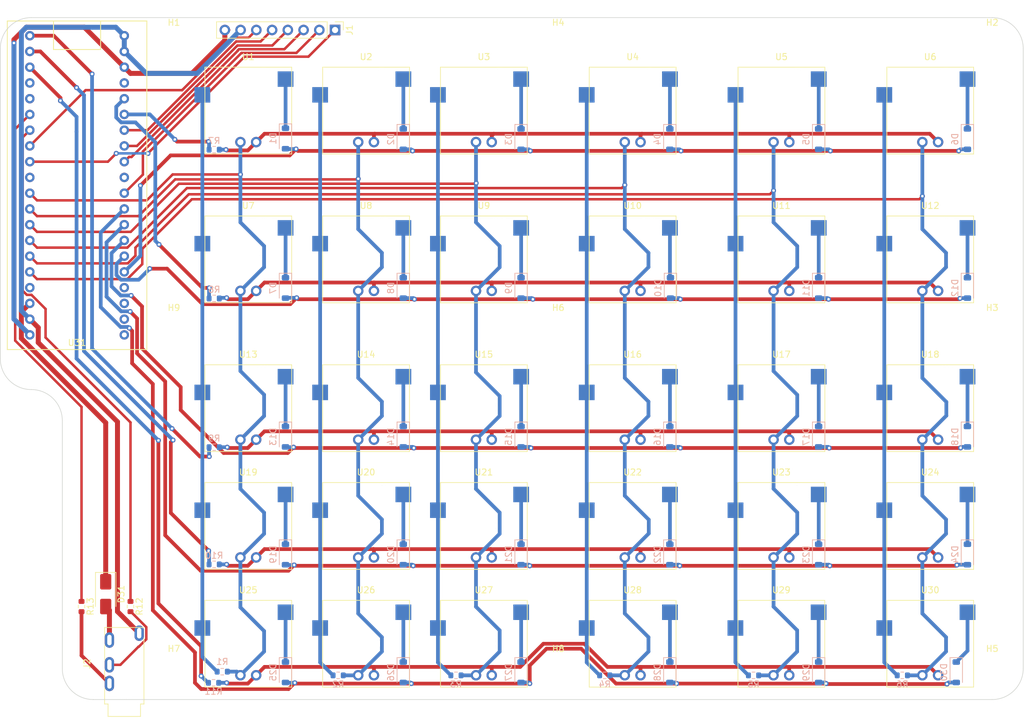
<source format=kicad_pcb>
(kicad_pcb (version 20221018) (generator pcbnew)
  (layers (0 "F.Cu" signal) (31 "B.Cu" signal) (34 "B.Paste" user) (35 "F.Paste" user) (36 "B.SilkS" user "B.Silkscreen") (37 "F.SilkS" user "F.Silkscreen") (38 "B.Mask" user) (39 "F.Mask" user) (44 "Edge.Cuts" user))
  (net 0 "")
  (net 1 "/KBDI0")
  (net 2 "Net-(D1-K)")
  (net 3 "Net-(D2-K)")
  (net 4 "Net-(D3-K)")
  (net 5 "Net-(D4-K)")
  (net 6 "Net-(D5-K)")
  (net 7 "Net-(D6-K)")
  (net 8 "/KBDI1")
  (net 9 "Net-(D7-K)")
  (net 10 "Net-(D8-K)")
  (net 11 "Net-(D9-K)")
  (net 12 "Net-(D10-K)")
  (net 13 "Net-(D11-K)")
  (net 14 "Net-(D12-K)")
  (net 15 "/KBDI2")
  (net 16 "Net-(D13-K)")
  (net 17 "Net-(D14-K)")
  (net 18 "Net-(D15-K)")
  (net 19 "Net-(D16-K)")
  (net 20 "Net-(D17-K)")
  (net 21 "Net-(D18-K)")
  (net 22 "/KBDI3")
  (net 23 "Net-(D19-K)")
  (net 24 "Net-(D20-K)")
  (net 25 "Net-(D21-K)")
  (net 26 "Net-(D22-K)")
  (net 27 "Net-(D23-K)")
  (net 28 "Net-(D24-K)")
  (net 29 "/KBDI4")
  (net 30 "Net-(D25-K)")
  (net 31 "Net-(D26-K)")
  (net 32 "Net-(D27-K)")
  (net 33 "Net-(D28-K)")
  (net 34 "Net-(D29-K)")
  (net 35 "Net-(D30-K)")
  (net 36 "Net-(D31-K)")
  (net 37 "+5V")
  (net 38 "/LED")
  (net 39 "/SCK")
  (net 40 "/MOSI")
  (net 41 "/DC")
  (net 42 "/RESET")
  (net 43 "/CS")
  (net 44 "GND")
  (net 45 "+3V3")
  (net 46 "/RX")
  (net 47 "/TX")
  (net 48 "Net-(R1-Pad1)")
  (net 49 "/KBDO0")
  (net 50 "Net-(R2-Pad1)")
  (net 51 "/KBDO1")
  (net 52 "Net-(R3-Pad1)")
  (net 53 "/KBDO2")
  (net 54 "Net-(R4-Pad1)")
  (net 55 "/KBDO3")
  (net 56 "Net-(R5-Pad1)")
  (net 57 "/KBDO4")
  (net 58 "Net-(R6-Pad1)")
  (net 59 "/KBDO5")
  (net 60 "Net-(U1-A)")
  (net 61 "/LD0")
  (net 62 "Net-(U10-A)")
  (net 63 "/LD1")
  (net 64 "Net-(U13-A)")
  (net 65 "/LD2")
  (net 66 "Net-(U19-A)")
  (net 67 "/LD3")
  (net 68 "Net-(U25-A)")
  (net 69 "/LD4")
  (net 70 "Net-(R12-Pad1)")
  (net 71 "Net-(R13-Pad1)")
  (footprint "Resistor_SMD:R_0603_1608Metric" (layer "F.Cu") (at 61 120 -90)
    (fp_text reference "R12")
    (fp_text value "47R_0603")
  )
  (footprint "CherryMX_KailhSocket_LED:CherryMX_1.00u_KailhSocket_LED" (layer "F.Cu") (at 166 64)
    (fp_text reference "U11")
    (fp_text value "CMX_LED")
  )
  (footprint "CherryMX_KailhSocket_LED:CherryMX_1.00u_KailhSocket_LED" (layer "F.Cu") (at 190 88)
    (fp_text reference "U18")
    (fp_text value "CMX_LED")
  )
  (footprint "CherryMX_KailhSocket_LED:CherryMX_1.00u_KailhSocket_LED" (layer "F.Cu") (at 80 126)
    (fp_text reference "U25")
    (fp_text value "CMX_LED")
  )
  (footprint "CherryMX_KailhSocket_LED:CherryMX_1.00u_KailhSocket_LED" (layer "F.Cu") (at 99 88)
    (fp_text reference "U14")
    (fp_text value "CMX_LED")
  )
  (footprint "CherryMX_KailhSocket_LED:CherryMX_1.00u_KailhSocket_LED" (layer "F.Cu") (at 99 40)
    (fp_text reference "U2")
    (fp_text value "CMX_LED")
  )
  (footprint "MountingHole:MountingHole_3.2mm_M3" (layer "F.Cu") (at 200 30)
    (fp_text reference "H2")
    (fp_text value "MountingHole")
  )
  (footprint "MountingHole:MountingHole_3.2mm_M3" (layer "F.Cu") (at 130 30)
    (fp_text reference "H4")
    (fp_text value "MountingHole")
  )
  (footprint "CherryMX_KailhSocket_LED:CherryMX_1.00u_KailhSocket_LED" (layer "F.Cu") (at 190 64)
    (fp_text reference "U12")
    (fp_text value "CMX_LED")
  )
  (footprint "CherryMX_KailhSocket_LED:CherryMX_1.00u_KailhSocket_LED" (layer "F.Cu") (at 166 107)
    (fp_text reference "U23")
    (fp_text value "CMX_LED")
  )
  (footprint "ExtraFootprints:Jack_3.5mm_PJ-320A" (layer "F.Cu") (at 60 129.25 90)
    (fp_text reference "J2")
    (fp_text value "AudioJack4")
  )
  (footprint "CherryMX_KailhSocket_LED:CherryMX_1.00u_KailhSocket_LED" (layer "F.Cu") (at 142 88)
    (fp_text reference "U16")
    (fp_text value "CMX_LED")
  )
  (footprint "CherryMX_KailhSocket_LED:CherryMX_1.00u_KailhSocket_LED" (layer "F.Cu") (at 99 126)
    (fp_text reference "U26")
    (fp_text value "CMX_LED")
  )
  (footprint "CherryMX_KailhSocket_LED:CherryMX_1.00u_KailhSocket_LED" (layer "F.Cu") (at 80 107)
    (fp_text reference "U19")
    (fp_text value "CMX_LED")
  )
  (footprint "CherryMX_KailhSocket_LED:CherryMX_1.00u_KailhSocket_LED" (layer "F.Cu") (at 190 40)
    (fp_text reference "U6")
    (fp_text value "CMX_LED")
  )
  (footprint "MountingHole:MountingHole_3.2mm_M3" (layer "F.Cu") (at 68 30)
    (fp_text reference "H1")
    (fp_text value "MountingHole")
  )
  (footprint "CherryMX_KailhSocket_LED:CherryMX_1.00u_KailhSocket_LED" (layer "F.Cu") (at 165.985 126)
    (fp_text reference "U29")
    (fp_text value "CMX_LED")
  )
  (footprint "MountingHole:MountingHole_3.2mm_M3" (layer "F.Cu") (at 130 76)
    (fp_text reference "H6")
    (fp_text value "MountingHole")
  )
  (footprint "CherryMX_KailhSocket_LED:CherryMX_1.00u_KailhSocket_LED" (layer "F.Cu") (at 99 64)
    (fp_text reference "U8")
    (fp_text value "CMX_LED")
  )
  (footprint "Diode_SMD:D_SMA" (layer "F.Cu") (at 57 118 -90)
    (fp_text reference "D31")
    (fp_text value "1N5817_SMA")
  )
  (footprint "CherryMX_KailhSocket_LED:CherryMX_1.00u_KailhSocket_LED" (layer "F.Cu") (at 166 88)
    (fp_text reference "U17")
    (fp_text value "CMX_LED")
  )
  (footprint "CherryMX_KailhSocket_LED:CherryMX_1.00u_KailhSocket_LED" (layer "F.Cu") (at 80 88)
    (fp_text reference "U13")
    (fp_text value "CMX_LED")
  )
  (footprint "MountingHole:MountingHole_3.2mm_M3" (layer "F.Cu") (at 68 76)
    (fp_text reference "H9")
    (fp_text value "MountingHole")
  )
  (footprint "CherryMX_KailhSocket_LED:CherryMX_1.00u_KailhSocket_LED" (layer "F.Cu") (at 142 126)
    (fp_text reference "U28")
    (fp_text value "CMX_LED")
  )
  (footprint "MountingHole:MountingHole_3.2mm_M3" (layer "F.Cu") (at 68 131)
    (fp_text reference "H7")
    (fp_text value "MountingHole")
  )
  (footprint "CherryMX_KailhSocket_LED:CherryMX_1.00u_KailhSocket_LED" (layer "F.Cu") (at 190 107)
    (fp_text reference "U24")
    (fp_text value "CMX_LED")
  )
  (footprint "CherryMX_KailhSocket_LED:CherryMX_1.00u_KailhSocket_LED" (layer "F.Cu") (at 80 40)
    (fp_text reference "U1")
    (fp_text value "CMX_LED")
  )
  (footprint "CherryMX_KailhSocket_LED:CherryMX_1.00u_KailhSocket_LED" (layer "F.Cu") (at 118 40)
    (fp_text reference "U3")
    (fp_text value "CMX_LED")
  )
  (footprint "Resistor_SMD:R_0603_1608Metric" (layer "F.Cu") (at 53.1 120 -90)
    (fp_text reference "R13")
    (fp_text value "47R_0603")
  )
  (footprint "CherryMX_KailhSocket_LED:CherryMX_1.00u_KailhSocket_LED" (layer "F.Cu") (at 190 126)
    (fp_text reference "U30")
    (fp_text value "CMX_LED")
  )
  (footprint "CherryMX_KailhSocket_LED:CherryMX_1.00u_KailhSocket_LED" (layer "F.Cu") (at 142 107)
    (fp_text reference "U22")
    (fp_text value "CMX_LED")
  )
  (footprint "CherryMX_KailhSocket_LED:CherryMX_1.00u_KailhSocket_LED" (layer "F.Cu") (at 118 126)
    (fp_text reference "U27")
    (fp_text value "CMX_LED")
  )
  (footprint "Connector_PinHeader_2.54mm:PinHeader_1x08_P2.54mm_Vertical" (layer "F.Cu") (at 94 27 -90)
    (fp_text reference "J1")
    (fp_text value "LCD_PIN2.54")
  )
  (footprint "CherryMX_KailhSocket_LED:CherryMX_1.00u_KailhSocket_LED" (layer "F.Cu") (at 80 64)
    (fp_text reference "U7")
    (fp_text value "CMX_LED")
  )
  (footprint "MountingHole:MountingHole_3.2mm_M3" (layer "F.Cu") (at 200 76)
    (fp_text reference "H3")
    (fp_text value "MountingHole")
  )
  (footprint "CherryMX_KailhSocket_LED:CherryMX_1.00u_KailhSocket_LED" (layer "F.Cu") (at 118 64)
    (fp_text reference "U9")
    (fp_text value "CMX_LED")
  )
  (footprint "CherryMX_KailhSocket_LED:CherryMX_1.00u_KailhSocket_LED" (layer "F.Cu") (at 118 107)
    (fp_text reference "U21")
    (fp_text value "CMX_LED")
  )
  (footprint "CherryMX_KailhSocket_LED:CherryMX_1.00u_KailhSocket_LED" (layer "F.Cu") (at 118 88)
    (fp_text reference "U15")
    (fp_text value "CMX_LED")
  )
  (footprint "CherryMX_KailhSocket_LED:CherryMX_1.00u_KailhSocket_LED" (layer "F.Cu") (at 99 107)
    (fp_text reference "U20")
    (fp_text value "CMX_LED")
  )
  (footprint "CherryMX_KailhSocket_LED:CherryMX_1.00u_KailhSocket_LED" (layer "F.Cu") (at 142 64)
    (fp_text reference "U10")
    (fp_text value "CMX_LED")
  )
  (footprint "CherryMX_KailhSocket_LED:CherryMX_1.00u_KailhSocket_LED" (layer "F.Cu") (at 166 40)
    (fp_text reference "U5")
    (fp_text value "CMX_LED")
  )
  (footprint "MountingHole:MountingHole_3.2mm_M3" (layer "F.Cu") (at 200 131)
    (fp_text reference "H5")
    (fp_text value "MountingHole")
  )
  (footprint "CherryMX_KailhSocket_LED:CherryMX_1.00u_KailhSocket_LED" (layer "F.Cu") (at 142 40)
    (fp_text reference "U4")
    (fp_text value "CMX_LED")
  )
  (footprint "BP:BLUEPILL-BARE" (layer "F.Cu") (at 52.38 52.05)
    (fp_text reference "U31")
    (fp_text value "BP")
  )
  (footprint "MountingHole:MountingHole_3.2mm_M3" (layer "F.Cu") (at 130 131)
    (fp_text reference "H8")
    (fp_text value "MountingHole")
  )
  (footprint "Diode_SMD:D_SOD-123" (layer "B.Cu") (at 196 44.6 -90)
    (fp_text reference "D6")
    (fp_text value "1N5819")
  )
  (footprint "Resistor_SMD:R_0603_1608Metric" (layer "B.Cu") (at 74.5 113.2 180)
    (fp_text reference "R10")
    (fp_text value "330R_0603")
  )
  (footprint "Diode_SMD:D_SOD-123" (layer "B.Cu") (at 172 92.6 -90)
    (fp_text reference "D17")
    (fp_text value "1N5819")
  )
  (footprint "Resistor_SMD:R_0603_1608Metric" (layer "B.Cu") (at 74.5 46.3 180)
    (fp_text reference "R7")
    (fp_text value "330R_0603")
  )
  (footprint "Diode_SMD:D_SOD-123" (layer "B.Cu") (at 172 130.6 -90)
    (fp_text reference "D29")
    (fp_text value "1N5819")
  )
  (footprint "Resistor_SMD:R_0603_1608Metric" (layer "B.Cu") (at 113.5 131.1)
    (fp_text reference "R3")
    (fp_text value "68R_0603")
  )
  (footprint "Diode_SMD:D_SOD-123" (layer "B.Cu") (at 172 111.6 -90)
    (fp_text reference "D23")
    (fp_text value "1N5819")
  )
  (footprint "Diode_SMD:D_SOD-123" (layer "B.Cu") (at 196 92.6 -90)
    (fp_text reference "D18")
    (fp_text value "1N5819")
  )
  (footprint "Diode_SMD:D_SOD-123" (layer "B.Cu") (at 148.1 68.6 -90)
    (fp_text reference "D10")
    (fp_text value "1N5819")
  )
  (footprint "Diode_SMD:D_SOD-123" (layer "B.Cu") (at 124 92.6 -90)
    (fp_text reference "D15")
    (fp_text value "1N5819")
  )
  (footprint "Diode_SMD:D_SOD-123" (layer "B.Cu") (at 124 44.6 -90)
    (fp_text reference "D3")
    (fp_text value "1N5819")
  )
  (footprint "Resistor_SMD:R_0603_1608Metric" (layer "B.Cu") (at 185.5 131.1)
    (fp_text reference "R6")
    (fp_text value "68R_0603")
  )
  (footprint "Diode_SMD:D_SOD-123" (layer "B.Cu") (at 124 130.6 -90)
    (fp_text reference "D27")
    (fp_text value "1N5819")
  )
  (footprint "Diode_SMD:D_SOD-123" (layer "B.Cu") (at 196 68.6 -90)
    (fp_text reference "D12")
    (fp_text value "1N5819")
  )
  (footprint "Diode_SMD:D_SOD-123" (layer "B.Cu") (at 105 92.6 -90)
    (fp_text reference "D14")
    (fp_text value "1N5819")
  )
  (footprint "Diode_SMD:D_SOD-123" (layer "B.Cu") (at 86 111.6 -90)
    (fp_text reference "D19")
    (fp_text value "1N5819")
  )
  (footprint "Diode_SMD:D_SOD-123" (layer "B.Cu") (at 105 130.6 -90)
    (fp_text reference "D26")
    (fp_text value "1N5819")
  )
  (footprint "Diode_SMD:D_SOD-123" (layer "B.Cu") (at 124 111.6 -90)
    (fp_text reference "D21")
    (fp_text value "1N5819")
  )
  (footprint "Diode_SMD:D_SOD-123" (layer "B.Cu") (at 86 44.5 -90)
    (fp_text reference "D1")
    (fp_text value "1N5819")
  )
  (footprint "Diode_SMD:D_SOD-123" (layer "B.Cu") (at 148 111.6 -90)
    (fp_text reference "D22")
    (fp_text value "1N5819")
  )
  (footprint "Resistor_SMD:R_0603_1608Metric" (layer "B.Cu") (at 74.5 94.3 180)
    (fp_text reference "R9")
    (fp_text value "330R_0603")
  )
  (footprint "Diode_SMD:D_SOD-123" (layer "B.Cu") (at 194.2 130.6 -90)
    (fp_text reference "D30")
    (fp_text value "1N5819")
  )
  (footprint "Diode_SMD:D_SOD-123" (layer "B.Cu") (at 172 44.6 -90)
    (fp_text reference "D5")
    (fp_text value "1N5819")
  )
  (footprint "Diode_SMD:D_SOD-123" (layer "B.Cu") (at 148 44.6 -90)
    (fp_text reference "D4")
    (fp_text value "1N5819")
  )
  (footprint "Resistor_SMD:R_0603_1608Metric" (layer "B.Cu") (at 74.5 70.3 180)
    (fp_text reference "R8")
    (fp_text value "330R_0603")
  )
  (footprint "Diode_SMD:D_SOD-123" (layer "B.Cu") (at 148 130.6 -90)
    (fp_text reference "D28")
    (fp_text value "1N5819")
  )
  (footprint "Diode_SMD:D_SOD-123" (layer "B.Cu") (at 124 68.6 -90)
    (fp_text reference "D9")
    (fp_text value "1N5819")
  )
  (footprint "Diode_SMD:D_SOD-123" (layer "B.Cu") (at 86 68.6 -90)
    (fp_text reference "D7")
    (fp_text value "1N5819")
  )
  (footprint "Diode_SMD:D_SOD-123" (layer "B.Cu") (at 105 68.6 -90)
    (fp_text reference "D8")
    (fp_text value "1N5819")
  )
  (footprint "Resistor_SMD:R_0603_1608Metric" (layer "B.Cu") (at 74.4 132.3 180)
    (fp_text reference "R11")
    (fp_text value "330R_0603")
  )
  (footprint "Diode_SMD:D_SOD-123" (layer "B.Cu") (at 86 130.6 -90)
    (fp_text reference "D25")
    (fp_text value "1N5819")
  )
  (footprint "Resistor_SMD:R_0603_1608Metric" (layer "B.Cu") (at 161.5 131.1)
    (fp_text reference "R5")
    (fp_text value "68R_0603")
  )
  (footprint "Resistor_SMD:R_0603_1608Metric" (layer "B.Cu") (at 137.5 131.1)
    (fp_text reference "R4")
    (fp_text value "68R_0603")
  )
  (footprint "Diode_SMD:D_SOD-123" (layer "B.Cu") (at 196 111.6 -90)
    (fp_text reference "D24")
    (fp_text value "1N5819")
  )
  (footprint "Diode_SMD:D_SOD-123" (layer "B.Cu") (at 148 92.6 -90)
    (fp_text reference "D16")
    (fp_text value "1N5819")
  )
  (footprint "Diode_SMD:D_SOD-123" (layer "B.Cu") (at 86 92.6 -90)
    (fp_text reference "D13")
    (fp_text value "1N5819")
  )
  (footprint "Diode_SMD:D_SOD-123" (layer "B.Cu") (at 172 68.6 -90)
    (fp_text reference "D11")
    (fp_text value "1N5819")
  )
  (footprint "Resistor_SMD:R_0603_1608Metric" (layer "B.Cu") (at 94.5 131.1)
    (fp_text reference "R2")
    (fp_text value "68R_0603")
  )
  (footprint "Resistor_SMD:R_0603_1608Metric" (layer "B.Cu") (at 75.8 130.5)
    (fp_text reference "R1")
    (fp_text value "68R_0603")
  )
  (footprint "Diode_SMD:D_SOD-123" (layer "B.Cu") (at 105 111.6 -90)
    (fp_text reference "D20")
    (fp_text value "1N5819")
  )
  (footprint "Diode_SMD:D_SOD-123" (layer "B.Cu") (at 105 44.6 -90)
    (fp_text reference "D2")
    (fp_text value "1N5819")
  )
  (gr_line (start 200 135) (end 55 135) (stroke (width 0.1)) (layer "Edge.Cuts"))
  (gr_line (start 50 130) (end 50 90) (stroke (width 0.1)) (layer "Edge.Cuts"))
  (gr_arc (start 200 25) (mid 203.535534 26.464466) (end 205 30) (stroke (width 0.1)) (layer "Edge.Cuts"))
  (gr_arc (start 45 85) (mid 48.535534 86.464466) (end 50 90) (stroke (width 0.1)) (layer "Edge.Cuts"))
  (gr_line (start 45 25) (end 200 25) (stroke (width 0.1)) (layer "Edge.Cuts"))
  (gr_arc (start 45 85) (mid 41.464466 83.535534) (end 40 80) (stroke (width 0.1)) (layer "Edge.Cuts"))
  (gr_line (start 205 30) (end 205 130) (stroke (width 0.1)) (layer "Edge.Cuts"))
  (gr_arc (start 40 30) (mid 41.464466 26.464466) (end 45 25) (stroke (width 0.1)) (layer "Edge.Cuts"))
  (gr_arc (start 205 130) (mid 203.535534 133.535534) (end 200 135) (stroke (width 0.1)) (layer "Edge.Cuts"))
  (gr_line (start 40 30) (end 40 80) (stroke (width 0.1)) (layer "Edge.Cuts"))
  (gr_arc (start 55 135) (mid 51.464466 133.535534) (end 50 130) (stroke (width 0.1)) (layer "Edge.Cuts"))
  (segment (start 86.6747 47.2253) (end 67.4747 47.2253) (width 0.6) (layer "F.Cu") (net 1))
  (segment (start 106.5 46.5) (end 88 46.5) (width 0.6) (layer "F.Cu") (net 1))
  (segment (start 149.8 46.5) (end 125.5 46.5) (width 0.6) (layer "F.Cu") (net 1))
  (segment (start 87.7 46.2) (end 86.6747 47.2253) (width 0.6) (layer "F.Cu") (net 1))
  (segment (start 88 46.5) (end 87.7 46.2) (width 0.6) (layer "F.Cu") (net 1))
  (segment (start 194.6 46.5) (end 173.9 46.5) (width 0.6) (layer "F.Cu") (net 1))
  (segment (start 67.4747 47.2253) (end 62.6 52.1) (width 0.6) (layer "F.Cu") (net 1))
  (segment (start 125.5 46.5) (end 106.5 46.5) (width 0.6) (layer "F.Cu") (net 1))
  (segment (start 173.9 46.5) (end 149.8 46.5) (width 0.6) (layer "F.Cu") (net 1))
  (via (at 173.9 46.5) (size 0.8) (drill 0.4) (layers "F.Cu" "B.Cu") (net 1))
  (via (at 125.5 46.5) (size 0.8) (drill 0.4) (layers "F.Cu" "B.Cu") (net 1))
  (via (at 62.6 52.1) (size 0.8) (drill 0.4) (layers "F.Cu" "B.Cu") (net 1))
  (via (at 194.6 46.5) (size 0.8) (drill 0.4) (layers "F.Cu" "B.Cu") (net 1))
  (via (at 106.5 46.5) (size 0.8) (drill 0.4) (layers "F.Cu" "B.Cu") (net 1))
  (via (at 87.7 46.2) (size 0.8) (drill 0.4) (layers "F.Cu" "B.Cu") (net 1))
  (via (at 149.8 46.5) (size 0.8) (drill 0.4) (layers "F.Cu" "B.Cu") (net 1))
  (segment (start 172 46.25) (end 173.65 46.25) (width 0.6) (layer "B.Cu") (net 1))
  (segment (start 173.65 46.25) (end 173.9 46.5) (width 0.6) (layer "B.Cu") (net 1))
  (segment (start 105 46.25) (end 106.25 46.25) (width 0.6) (layer "B.Cu") (net 1))
  (segment (start 148 46.25) (end 149.55 46.25) (width 0.6) (layer "B.Cu") (net 1))
  (segment (start 194.85 46.25) (end 194.6 46.5) (width 0.6) (layer "B.Cu") (net 1))
  (segment (start 62.6 63.42) (end 60 66.02) (width 0.6) (layer "B.Cu") (net 1))
  (segment (start 196 46.25) (end 194.85 46.25) (width 0.6) (layer "B.Cu") (net 1))
  (segment (start 86.05 46.2) (end 86 46.15) (width 0.6) (layer "B.Cu") (net 1))
  (segment (start 62.6 52.1) (end 62.558 52.058) (width 0.6) (layer "B.Cu") (net 1))
  (segment (start 124 46.25) (end 125.25 46.25) (width 0.6) (layer "B.Cu") (net 1))
  (segment (start 87.7 46.2) (end 86.05 46.2) (width 0.6) (layer "B.Cu") (net 1))
  (segment (start 62.6 52.1) (end 62.6 63.42) (width 0.6) (layer "B.Cu") (net 1))
  (segment (start 106.25 46.25) (end 106.5 46.5) (width 0.6) (layer "B.Cu") (net 1))
  (segment (start 125.25 46.25) (end 125.5 46.5) (width 0.6) (layer "B.Cu") (net 1))
  (segment (start 149.55 46.25) (end 149.8 46.5) (width 0.6) (layer "B.Cu") (net 1))
  (segment (start 86.015 42.835) (end 86 42.85) (width 0.6) (layer "B.Cu") (net 2))
  (segment (start 86.015 34.92) (end 86.015 42.835) (width 0.6) (layer "B.Cu") (net 2))
  (segment (start 105.015 42.935) (end 105 42.95) (width 0.6) (layer "B.Cu") (net 3))
  (segment (start 105.015 34.92) (end 105.015 42.935) (width 0.6) (layer "B.Cu") (net 3))
  (segment (start 124.015 42.935) (end 124 42.95) (width 0.6) (layer "B.Cu") (net 4))
  (segment (start 124.015 34.92) (end 124.015 42.935) (width 0.6) (layer "B.Cu") (net 4))
  (segment (start 148.015 34.92) (end 148.015 42.935) (width 0.6) (layer "B.Cu") (net 5))
  (segment (start 148.015 42.935) (end 148 42.95) (width 0.6) (layer "B.Cu") (net 5))
  (segment (start 172.015 42.935) (end 172 42.95) (width 0.6) (layer "B.Cu") (net 6))
  (segment (start 172.015 34.92) (end 172.015 42.935) (width 0.6) (layer "B.Cu") (net 6))
  (segment (start 196.015 42.935) (end 196 42.95) (width 0.6) (layer "B.Cu") (net 7))
  (segment (start 196.015 34.92) (end 196.015 42.935) (width 0.6) (layer "B.Cu") (net 7))
  (segment (start 194.6747 70.4253) (end 173.6 70.4253) (width 0.6) (layer "F.Cu") (net 8))
  (segment (start 87.8 70.2) (end 86.7747 71.2253) (width 0.6) (layer "F.Cu") (net 8))
  (segment (start 106.8 70.4253) (end 88.0253 70.4253) (width 0.6) (layer "F.Cu") (net 8))
  (segment (start 194.8 70.3) (end 194.6747 70.4253) (width 0.6) (layer "F.Cu") (net 8))
  (segment (start 86.7747 71.2253) (end 72.6253 71.2253) (width 0.6) (layer "F.Cu") (net 8))
  (segment (start 173.6 70.4253) (end 149.7 70.4253) (width 0.6) (layer "F.Cu") (net 8))
  (segment (start 66.9 65.5) (end 64.099998 65.5) (width 0.6) (layer "F.Cu") (net 8))
  (segment (start 88.0253 70.4253) (end 87.8 70.2) (width 0.6) (layer "F.Cu") (net 8))
  (segment (start 125.9 70.4253) (end 106.8 70.4253) (width 0.6) (layer "F.Cu") (net 8))
  (segment (start 72.6253 71.2253) (end 66.9 65.5) (width 0.6) (layer "F.Cu") (net 8))
  (segment (start 149.7 70.4253) (end 125.9 70.4253) (width 0.6) (layer "F.Cu") (net 8))
  (via (at 106.8 70.4253) (size 0.8) (drill 0.4) (layers "F.Cu" "B.Cu") (net 8))
  (via (at 125.9 70.4253) (size 0.8) (drill 0.4) (layers "F.Cu" "B.Cu") (net 8))
  (via (at 194.8 70.3) (size 0.8) (drill 0.4) (layers "F.Cu" "B.Cu") (net 8))
  (via (at 149.7 70.4253) (size 0.8) (drill 0.4) (layers "F.Cu" "B.Cu") (net 8))
  (via (at 87.8 70.2) (size 0.8) (drill 0.4) (layers "F.Cu" "B.Cu") (net 8))
  (via (at 173.6 70.4253) (size 0.8) (drill 0.4) (layers "F.Cu" "B.Cu") (net 8))
  (via (at 64.099998 65.5) (size 0.8) (drill 0.4) (layers "F.Cu" "B.Cu") (net 8))
  (segment (start 59.477262 67.282) (end 62.317998 67.282) (width 0.6) (layer "B.Cu") (net 8))
  (segment (start 172 70.25) (end 173.4247 70.25) (width 0.6) (layer "B.Cu") (net 8))
  (segment (start 148.1 70.25) (end 149.5247 70.25) (width 0.6) (layer "B.Cu") (net 8))
  (segment (start 149.5247 70.25) (end 149.7 70.4253) (width 0.6) (layer "B.Cu") (net 8))
  (segment (start 60.02 63.5) (end 60 63.48) (width 0.6) (layer "B.Cu") (net 8))
  (segment (start 62.317998 67.282) (end 64.099998 65.5) (width 0.6) (layer "B.Cu") (net 8))
  (segment (start 60 63.48) (end 58.738 64.742) (width 0.6) (layer "B.Cu") (net 8))
  (segment (start 105 70.25) (end 106.6247 70.25) (width 0.6) (layer "B.Cu") (net 8))
  (segment (start 58.738 66.542738) (end 59.477262 67.282) (width 0.6) (layer "B.Cu") (net 8))
  (segment (start 106.6247 70.25) (end 106.8 70.4253) (width 0.6) (layer "B.Cu") (net 8))
  (segment (start 173.4247 70.25) (end 173.6 70.4253) (width 0.6) (layer "B.Cu") (net 8))
  (segment (start 196 70.25) (end 194.85 70.25) (width 0.6) (layer "B.Cu") (net 8))
  (segment (start 58.738 64.742) (end 58.738 66.542738) (width 0.6) (layer "B.Cu") (net 8))
  (segment (start 124 70.25) (end 125.7247 70.25) (width 0.6) (layer "B.Cu") (net 8))
  (segment (start 87.8 70.2) (end 86.05 70.2) (width 0.6) (layer "B.Cu") (net 8))
  (segment (start 86.05 70.2) (end 86 70.25) (width 0.6) (layer "B.Cu") (net 8))
  (segment (start 194.85 70.25) (end 194.8 70.3) (width 0.6) (layer "B.Cu") (net 8))
  (segment (start 125.7247 70.25) (end 125.9 70.4253) (width 0.6) (layer "B.Cu") (net 8))
  (segment (start 86.015 66.935) (end 86 66.95) (width 0.6) (layer "B.Cu") (net 9))
  (segment (start 86.015 58.92) (end 86.015 66.935) (width 0.6) (layer "B.Cu") (net 9))
  (segment (start 105.015 58.92) (end 105.015 66.935) (width 0.6) (layer "B.Cu") (net 10))
  (segment (start 105.015 66.935) (end 105 66.95) (width 0.6) (layer "B.Cu") (net 10))
  (segment (start 124.015 58.92) (end 124.015 66.935) (width 0.6) (layer "B.Cu") (net 11))
  (segment (start 124.015 66.935) (end 124 66.95) (width 0.6) (layer "B.Cu") (net 11))
  (segment (start 148.015 58.92) (end 148.015 66.865) (width 0.6) (layer "B.Cu") (net 12))
  (segment (start 148.015 66.865) (end 148.1 66.95) (width 0.6) (layer "B.Cu") (net 12))
  (segment (start 172.015 58.92) (end 172.015 66.935) (width 0.6) (layer "B.Cu") (net 13))
  (segment (start 172.015 66.935) (end 172 66.95) (width 0.6) (layer "B.Cu") (net 13))
  (segment (start 196.015 66.935) (end 196 66.95) (width 0.6) (layer "B.Cu") (net 14))
  (segment (start 196.015 58.92) (end 196.015 66.935) (width 0.6) (layer "B.Cu") (net 14))
  (segment (start 87.3 94.3) (end 86.3747 95.2253) (width 0.6) (layer "F.Cu") (net 15))
  (segment (start 87.4253 94.4253) (end 87.3 94.3) (width 0.6) (layer "F.Cu") (net 15))
  (segment (start 125.6 94.4253) (end 106.7 94.4253) (width 0.6) (layer "F.Cu") (net 15))
  (segment (start 69.1 88.3) (end 69.1 84.6) (width 0.6) (layer "F.Cu") (net 15))
  (segment (start 62.862 78.362) (end 62.862 71.584) (width 0.6) (layer "F.Cu") (net 15))
  (segment (start 106.7 94.4253) (end 87.4253 94.4253) (width 0.6) (layer "F.Cu") (net 15))
  (segment (start 62.862 71.584) (end 61.1 69.822) (width 0.6) (layer "F.Cu") (net 15))
  (segment (start 76.0253 95.2253) (end 69.1 88.3) (width 0.6) (layer "F.Cu") (net 15))
  (segment (start 194.9 94.4) (end 194.8747 94.4253) (width 0.6) (layer "F.Cu") (net 15))
  (segment (start 86.3747 95.2253) (end 76.0253 95.2253) (width 0.6) (layer "F.Cu") (net 15))
  (segment (start 194.8747 94.4253) (end 173.7 94.4253) (width 0.6) (layer "F.Cu") (net 15))
  (segment (start 69.1 84.6) (end 62.862 78.362) (width 0.6) (layer "F.Cu") (net 15))
  (segment (start 149.7 94.4253) (end 125.6 94.4253) (width 0.6) (layer "F.Cu") (net 15))
  (segment (start 173.7 94.4253) (end 149.7 94.4253) (width 0.6) (layer "F.Cu") (net 15))
  (via (at 125.6 94.4253) (size 0.8) (drill 0.4) (layers "F.Cu" "B.Cu") (net 15))
  (via (at 87.3 94.3) (size 0.8) (drill 0.4) (layers "F.Cu" "B.Cu") (net 15))
  (via (at 61.1 69.822) (size 0.8) (drill 0.4) (layers "F.Cu" "B.Cu") (net 15))
  (via (at 149.7 94.4253) (size 0.8) (drill 0.4) (layers "F.Cu" "B.Cu") (net 15))
  (via (at 173.7 94.4253) (size 0.8) (drill 0.4) (layers "F.Cu" "B.Cu") (net 15))
  (via (at 106.7 94.4253) (size 0.8) (drill 0.4) (layers "F.Cu" "B.Cu") (net 15))
  (via (at 194.9 94.4) (size 0.8) (drill 0.4) (layers "F.Cu" "B.Cu") (net 15))
  (segment (start 86.05 94.3) (end 86 94.25) (width 0.6) (layer "B.Cu") (net 15))
  (segment (start 195.05 94.25) (end 194.9 94.4) (width 0.6) (layer "B.Cu") (net 15))
  (segment (start 172 94.25) (end 173.5247 94.25) (width 0.6) (layer "B.Cu") (net 15))
  (segment (start 148 94.25) (end 149.5247 94.25) (width 0.6) (layer "B.Cu") (net 15))
  (segment (start 173.5247 94.25) (end 173.7 94.4253) (width 0.6) (layer "B.Cu") (net 15))
  (segment (start 105 94.25) (end 106.5247 94.25) (width 0.6) (layer "B.Cu") (net 15))
  (segment (start 59.422 69.822) (end 61.1 69.822) (width 0.6) (layer "B.Cu") (net 15))
  (segment (start 149.5247 94.25) (end 149.7 94.4253) (width 0.6) (layer "B.Cu") (net 15))
  (segment (start 57.938 63.002) (end 57.938 68.338) (width 0.6) (layer "B.Cu") (net 15))
  (segment (start 124 94.25) (end 125.4247 94.25) (width 0.6) (layer "B.Cu") (net 15))
  (segment (start 125.4247 94.25) (end 125.6 94.4253) (width 0.6) (layer "B.Cu") (net 15))
  (segment (start 60 60.94) (end 57.938 63.002) (width 0.6) (layer "B.Cu") (net 15))
  (segment (start 87.3 94.3) (end 86.05 94.3) (width 0.6) (layer "B.Cu") (net 15))
  (segment (start 106.5247 94.25) (end 106.7 94.4253) (width 0.6) (layer "B.Cu") (net 15))
  (segment (start 196 94.25) (end 195.05 94.25) (width 0.6) (layer "B.Cu") (net 15))
  (segment (start 57.938 68.338) (end 59.422 69.822) (width 0.6) (layer "B.Cu") (net 15))
  (segment (start 86.015 82.92) (end 86.015 90.935) (width 0.6) (layer "B.Cu") (net 16))
  (segment (start 86.015 90.935) (end 86 90.95) (width 0.6) (layer "B.Cu") (net 16))
  (segment (start 105.015 82.92) (end 105.015 90.935) (width 0.6) (layer "B.Cu") (net 17))
  (segment (start 105.015 90.935) (end 105 90.95) (width 0.6) (layer "B.Cu") (net 17))
  (segment (start 124.015 82.92) (end 124.015 90.935) (width 0.6) (layer "B.Cu") (net 18))
  (segment (start 124.015 90.935) (end 124 90.95) (width 0.6) (layer "B.Cu") (net 18))
  (segment (start 148.015 82.92) (end 148.015 90.935) (width 0.6) (layer "B.Cu") (net 19))
  (segment (start 148.015 90.935) (end 148 90.95) (width 0.6) (layer "B.Cu") (net 19))
  (segment (start 172.015 82.92) (end 172.015 90.935) (width 0.6) (layer "B.Cu") (net 20))
  (segment (start 172.015 90.935) (end 172 90.95) (width 0.6) (layer "B.Cu") (net 20))
  (segment (start 196.015 82.92) (end 196.015 90.935) (width 0.6) (layer "B.Cu") (net 21))
  (segment (start 196.015 90.935) (end 196 90.95) (width 0.6) (layer "B.Cu") (net 21))
  (segment (start 62.062 73.534794) (end 60.944603 72.417397) (width 0.6) (layer "F.Cu") (net 22))
  (segment (start 66.6 108.5) (end 66.6 83.7) (width 0.6) (layer "F.Cu") (net 22))
  (segment (start 87.5253 113.4253) (end 87.4 113.3) (width 0.6) (layer "F.Cu") (net 22))
  (segment (start 66.6 83.7) (end 62.062 79.162) (width 0.6) (layer "F.Cu") (net 22))
  (segment (start 86.4747 114.2253) (end 72.3253 114.2253) (width 0.6) (layer "F.Cu") (net 22))
  (segment (start 194.1747 113.4253) (end 173.8 113.4253) (width 0.6) (layer "F.Cu") (net 22))
  (segment (start 149.6 113.4253) (end 125.4 113.4253) (width 0.6) (layer "F.Cu") (net 22))
  (segment (start 173.8 113.4253) (end 149.6 113.4253) (width 0.6) (layer "F.Cu") (net 22))
  (segment (start 62.062 79.162) (end 62.062 73.534794) (width 0.6) (layer "F.Cu") (net 22))
  (segment (start 72.3253 114.2253) (end 66.6 108.5) (width 0.6) (layer "F.Cu") (net 22))
  (segment (start 87.4 113.3) (end 86.4747 114.2253) (width 0.6) (layer "F.Cu") (net 22))
  (segment (start 194.3 113.3) (end 194.1747 113.4253) (width 0.6) (layer "F.Cu") (net 22))
  (segment (start 106.6 113.4253) (end 87.5253 113.4253) (width 0.6) (layer "F.Cu") (net 22))
  (segment (start 125.4 113.4253) (end 106.6 113.4253) (width 0.6) (layer "F.Cu") (net 22))
  (via (at 106.6 113.4253) (size 0.8) (drill 0.4) (layers "F.Cu" "B.Cu") (net 22))
  (via (at 149.6 113.4253) (size 0.8) (drill 0.4) (layers "F.Cu" "B.Cu") (net 22))
  (via (at 173.8 113.4253) (size 0.8) (drill 0.4) (layers "F.Cu" "B.Cu") (net 22))
  (via (at 60.944603 72.417397) (size 0.8) (drill 0.4) (layers "F.Cu" "B.Cu") (net 22))
  (via (at 87.4 113.3) (size 0.8) (drill 0.4) (layers "F.Cu" "B.Cu") (net 22))
  (via (at 194.3 113.3) (size 0.8) (drill 0.4) (layers "F.Cu" "B.Cu") (net 22))
  (via (at 125.4 113.4253) (size 0.8) (drill 0.4) (layers "F.Cu" "B.Cu") (net 22))
  (segment (start 173.6247 113.25) (end 173.8 113.4253) (width 0.6) (layer "B.Cu") (net 22))
  (segment (start 86.05 113.3) (end 86 113.25) (width 0.6) (layer "B.Cu") (net 22))
  (segment (start 196 113.25) (end 194.35 113.25) (width 0.6) (layer "B.Cu") (net 22))
  (segment (start 87.4 113.3) (end 86.05 113.3) (width 0.6) (layer "B.Cu") (net 22))
  (segment (start 105 113.25) (end 106.4247 113.25) (width 0.6) (layer "B.Cu") (net 22))
  (segment (start 60 58.4) (end 57.138 61.262) (width 0.6) (layer "B.Cu") (net 22))
  (segment (start 124 113.25) (end 125.2247 113.25) (width 0.6) (layer "B.Cu") (net 22))
  (segment (start 149.4247 113.25) (end 149.6 113.4253) (width 0.6) (layer "B.Cu") (net 22))
  (segment (start 106.4247 113.25) (end 106.6 113.4253) (width 0.6) (layer "B.Cu") (net 22))
  (segment (start 172 113.25) (end 173.6247 113.25) (width 0.6) (layer "B.Cu") (net 22))
  (segment (start 194.35 113.25) (end 194.3 113.3) (width 0.6) (layer "B.Cu") (net 22))
  (segment (start 59.493262 72.378) (end 60.905206 72.378) (width 0.6) (layer "B.Cu") (net 22))
  (segment (start 57.138 61.262) (end 57.138 70.022738) (width 0.6) (layer "B.Cu") (net 22))
  (segment (start 125.2247 113.25) (end 125.4 113.4253) (width 0.6) (layer "B.Cu") (net 22))
  (segment (start 57.138 70.022738) (end 59.493262 72.378) (width 0.6) (layer "B.Cu") (net 22))
  (segment (start 60.905206 72.378) (end 60.944603 72.417397) (width 0.6) (layer "B.Cu") (net 22))
  (segment (start 148 113.25) (end 149.4247 113.25) (width 0.6) (layer "B.Cu") (net 22))
  (segment (start 86.015 101.92) (end 86.015 109.935) (width 0.6) (layer "B.Cu") (net 23))
  (segment (start 86.015 109.935) (end 86 109.95) (width 0.6) (layer "B.Cu") (net 23))
  (segment (start 105.015 109.935) (end 105 109.95) (width 0.6) (layer "B.Cu") (net 24))
  (segment (start 105.015 101.92) (end 105.015 109.935) (width 0.6) (layer "B.Cu") (net 24))
  (segment (start 124.015 109.935) (end 124 109.95) (width 0.6) (layer "B.Cu") (net 25))
  (segment (start 124.015 101.92) (end 124.015 109.935) (width 0.6) (layer "B.Cu") (net 25))
  (segment (start 148.015 101.92) (end 148.015 109.935) (width 0.6) (layer "B.Cu") (net 26))
  (segment (start 148.015 109.935) (end 148 109.95) (width 0.6) (layer "B.Cu") (net 26))
  (segment (start 172.015 101.92) (end 172.015 109.935) (width 0.6) (layer "B.Cu") (net 27))
  (segment (start 172.015 109.935) (end 172 109.95) (width 0.6) (layer "B.Cu") (net 27))
  (segment (start 196.015 109.935) (end 196 109.95) (width 0.6) (layer "B.Cu") (net 28))
  (segment (start 196.015 101.92) (end 196.015 109.935) (width 0.6) (layer "B.Cu") (net 28))
  (segment (start 61.262 75.534794) (end 61.262 80.762) (width 0.6) (layer "F.Cu") (net 29))
  (segment (start 87.6253 132.4253) (end 87.5 132.3) (width 0.6) (layer "F.Cu") (net 29))
  (segment (start 106.3 132.4253) (end 87.6253 132.4253) (width 0.6) (layer "F.Cu") (net 29))
  (segment (start 173.2747 132.5) (end 173.2 132.4253) (width 0.6) (layer "F.Cu") (net 29))
  (segment (start 125.4 129.5) (end 128.1 126.8) (width 0.6) (layer "F.Cu") (net 29))
  (segment (start 139.3253 132.4253) (end 149.1 132.4253) (width 0.6) (layer "F.Cu") (net 29))
  (segment (start 64.6 84.1) (end 64.6 120.6) (width 0.6) (layer "F.Cu") (net 29))
  (segment (start 71.4 132.3) (end 72.4 133.3) (width 0.6) (layer "F.Cu") (net 29))
  (segment (start 173.2 132.4253) (end 149.1 132.4253) (width 0.6) (layer "F.Cu") (net 29))
  (segment (start 192.7 132.5) (end 173.2747 132.5) (width 0.6) (layer "F.Cu") (net 29))
  (segment (start 64.6 120.6) (end 71.4 127.4) (width 0.6) (layer "F.Cu") (net 29))
  (segment (start 71.4 127.4) (end 71.4 132.3) (width 0.6) (layer "F.Cu") (net 29))
  (segment (start 133.7 126.8) (end 139.3253 132.4253) (width 0.6) (layer "F.Cu") (net 29))
  (segment (start 61.262 80.762) (end 64.6 84.1) (width 0.6) (layer "F.Cu") (net 29))
  (segment (start 86.5 133.3) (end 87.5 132.3) (width 0.6) (layer "F.Cu") (net 29))
  (segment (start 125.4 132.4253) (end 125.4 129.5) (width 0.6) (layer "F.Cu") (net 29))
  (segment (start 125.4 132.4253) (end 106.3 132.4253) (width 0.6) (layer "F.Cu") (net 29))
  (segment (start 72.4 133.3) (end 86.5 133.3) (width 0.6) (layer "F.Cu") (net 29))
  (segment (start 128.1 126.8) (end 133.7 126.8) (width 0.6) (layer "F.Cu") (net 29))
  (segment (start 60.813603 75.086397) (end 61.262 75.534794) (width 0.6) (layer "F.Cu") (net 29))
  (via (at 106.3 132.4253) (size 0.8) (drill 0.4) (layers "F.Cu" "B.Cu") (net 29))
  (via (at 87.5 132.3) (size 0.8) (drill 0.4) (layers "F.Cu" "B.Cu") (net 29))
  (via (at 173.2 132.4253) (size 0.8) (drill 0.4) (layers "F.Cu" "B.Cu") (net 29))
  (via (at 149.1 132.4253) (size 0.8) (drill 0.4) (layers "F.Cu" "B.Cu") (net 29))
  (via (at 60.813603 75.086397) (size 0.8) (drill 0.4) (layers "F.Cu" "B.Cu") (net 29))
  (via (at 192.7 132.5) (size 0.8) (drill 0.4) (layers "F.Cu" "B.Cu") (net 29))
  (via (at 125.4 132.4253) (size 0.8) (drill 0.4) (layers "F.Cu" "B.Cu") (net 29))
  (segment (start 105 132.25) (end 106.1247 132.25) (width 0.6) (layer "B.Cu") (net 29))
  (segment (start 124 132.25) (end 125.2247 132.25) (width 0.6) (layer "B.Cu") (net 29))
  (segment (start 125.2247 132.25) (end 125.4 132.4253) (width 0.6) (layer "B.Cu") (net 29))
  (segment (start 106.1247 132.25) (end 106.3 132.4253) (width 0.6) (layer "B.Cu") (net 29))
  (segment (start 148 132.25) (end 148.9247 132.25) (width 0.6) (layer "B.Cu") (net 29))
  (segment (start 192.95 132.25) (end 192.7 132.5) (width 0.6) (layer "B.Cu") (net 29))
  (segment (start 56.2 59.66) (end 56.2 71.7) (width 0.6) (layer "B.Cu") (net 29))
  (segment (start 86.05 132.3) (end 86 132.25) (width 0.6) (layer "B.Cu") (net 29))
  (segment (start 60.629206 74.902) (end 60.813603 75.086397) (width 0.6) (layer "B.Cu") (net 29))
  (segment (start 87.5 132.3) (end 86.05 132.3) (width 0.6) (layer "B.Cu") (net 29))
  (segment (start 173.0247 132.25) (end 173.2 132.4253) (width 0.6) (layer "B.Cu") (net 29))
  (segment (start 60 55.86) (end 56.2 59.66) (width 0.6) (layer "B.Cu") (net 29))
  (segment (start 148.9247 132.25) (end 149.1 132.4253) (width 0.6) (layer "B.Cu") (net 29))
  (segment (start 59.402 74.902) (end 60.629206 74.902) (width 0.6) (layer "B.Cu") (net 29))
  (segment (start 172 132.25) (end 173.0247 132.25) (width 0.6) (layer "B.Cu") (net 29))
  (segment (start 194.2 132.25) (end 192.95 132.25) (width 0.6) (layer "B.Cu") (net 29))
  (segment (start 56.2 71.7) (end 59.402 74.902) (width 0.6) (layer "B.Cu") (net 29))
  (segment (start 86.015 120.92) (end 86.015 128.935) (width 0.6) (layer "B.Cu") (net 30))
  (segment (start 86.015 128.935) (end 86 128.95) (width 0.6) (layer "B.Cu") (net 30))
  (segment (start 105.015 120.92) (end 105.015 128.935) (width 0.6) (layer "B.Cu") (net 31))
  (segment (start 105.015 128.935) (end 105 128.95) (width 0.6) (layer "B.Cu") (net 31))
  (segment (start 124.015 120.92) (end 124.015 128.935) (width 0.6) (layer "B.Cu") (net 32))
  (segment (start 124.015 128.935) (end 124 128.95) (width 0.6) (layer "B.Cu") (net 32))
  (segment (start 148.015 128.935) (end 148 128.95) (width 0.6) (layer "B.Cu") (net 33))
  (segment (start 148.015 120.92) (end 148.015 128.935) (width 0.6) (layer "B.Cu") (net 33))
  (segment (start 172 120.92) (end 172 128.95) (width 0.6) (layer "B.Cu") (net 34))
  (segment (start 196.015 127.135) (end 194.2 128.95) (width 0.6) (layer "B.Cu") (net 35))
  (segment (start 196.015 120.92) (end 196.015 127.135) (width 0.6) (layer "B.Cu") (net 35))
  (segment (start 57 116) (end 57 90.346159) (width 0.8) (layer "F.Cu") (net 36))
  (segment (start 57 90.346159) (end 43.398 76.744159) (width 0.8) (layer "F.Cu") (net 36))
  (segment (start 43.398 72.462) (end 44.76 71.1) (width 0.8) (layer "F.Cu") (net 36))
  (segment (start 43.398 76.744159) (end 43.398 72.462) (width 0.8) (layer "F.Cu") (net 36))
  (segment (start 57.6 120.6) (end 57 120) (width 0.8) (layer "F.Cu") (net 37))
  (segment (start 57.6 125.4) (end 57.6 120.6) (width 0.8) (layer "F.Cu") (net 37))
  (segment (start 63.815686 46.884314) (end 63.815686 46.915686) (width 0.4) (layer "F.Cu") (net 38))
  (segment (start 57.36 48.24) (end 44.76 48.24) (width 0.4) (layer "F.Cu") (net 38))
  (segment (start 89.7 31.3) (end 79.4 31.3) (width 0.4) (layer "F.Cu") (net 38))
  (segment (start 79.4 31.3) (end 63.815686 46.884314) (width 0.4) (layer "F.Cu") (net 38))
  (segment (start 94 27) (end 89.7 31.3) (width 0.4) (layer "F.Cu") (net 38))
  (segment (start 58.7 46.9) (end 57.36 48.24) (width 0.4) (layer "F.Cu") (net 38))
  (via (at 58.7 46.9) (size 0.8) (drill 0.4) (layers "F.Cu" "B.Cu") (net 38))
  (via (at 63.815686 46.915686) (size 0.8) (drill 0.4) (layers "F.Cu" "B.Cu") (net 38))
  (segment (start 58.7 46.9) (end 63.8 46.9) (width 0.4) (layer "B.Cu") (net 38))
  (segment (start 63.8 46.9) (end 63.815686 46.915686) (width 0.4) (layer "B.Cu") (net 38))
  (segment (start 87.76 30.7) (end 91.46 27) (width 0.4) (layer "F.Cu") (net 39))
  (segment (start 78.9 30.7) (end 87.76 30.7) (width 0.4) (layer "F.Cu") (net 39))
  (segment (start 63 46.6) (end 78.9 30.7) (width 0.4) (layer "F.Cu") (net 39))
  (segment (start 60 53.32) (end 63 50.32) (width 0.4) (layer "F.Cu") (net 39))
  (segment (start 63 50.32) (end 63 46.6) (width 0.4) (layer "F.Cu") (net 39))
  (segment (start 61.170527 47.478001) (end 78.297056 30.351472) (width 0.4) (layer "F.Cu") (net 40))
  (segment (start 60.761999 47.478001) (end 61.170527 47.478001) (width 0.4) (layer "F.Cu") (net 40))
  (segment (start 78.497056 30.1) (end 85.82 30.1) (width 0.4) (layer "F.Cu") (net 40))
  (segment (start 78.297056 30.351472) (end 78.297056 30.3) (width 0.4) (layer "F.Cu") (net 40))
  (segment (start 60 48.24) (end 60.761999 47.478001) (width 0.4) (layer "F.Cu") (net 40))
  (segment (start 85.82 30.1) (end 88.92 27) (width 0.4) (layer "F.Cu") (net 40))
  (segment (start 78.297056 30.3) (end 78.497056 30.1) (width 0.4) (layer "F.Cu") (net 40))
  (segment (start 62.048528 45.7) (end 78.248528 29.5) (width 0.4) (layer "F.Cu") (net 41))
  (segment (start 60 45.7) (end 62.048528 45.7) (width 0.4) (layer "F.Cu") (net 41))
  (segment (start 78.248528 29.5) (end 83.88 29.5) (width 0.4) (layer "F.Cu") (net 41))
  (segment (start 83.88 29.5) (end 86.38 27) (width 0.4) (layer "F.Cu") (net 41))
  (segment (start 63.74 43.16) (end 78.05 28.85) (width 0.4) (layer "F.Cu") (net 42))
  (segment (start 60 43.16) (end 63.74 43.16) (width 0.4) (layer "F.Cu") (net 42))
  (segment (start 78.05 28.85) (end 81.99 28.85) (width 0.4) (layer "F.Cu") (net 42))
  (segment (start 81.99 28.85) (end 83.84 27) (width 0.4) (layer "F.Cu") (net 42))
  (segment (start 77.78137 28.25) (end 80.05 28.25) (width 0.4) (layer "F.Cu") (net 43))
  (segment (start 69.32937 36.702) (end 77.78137 28.25) (width 0.4) (layer "F.Cu") (net 43))
  (segment (start 53.758 36.702) (end 69.32937 36.702) (width 0.4) (layer "F.Cu") (net 43))
  (segment (start 80.05 28.25) (end 81.3 27) (width 0.4) (layer "F.Cu") (net 43))
  (segment (start 44.76 45.7) (end 53.758 36.702) (width 0.4) (layer "F.Cu") (net 43))
  (segment (start 46.122 75.002) (end 44.76 73.64) (width 0.8) (layer "F.Cu") (net 44))
  (segment (start 46.122 77.422) (end 46.122 75.002) (width 0.8) (layer "F.Cu") (net 44))
  (segment (start 58.9 90.2) (end 46.122 77.422) (width 0.8) (layer "F.Cu") (net 44))
  (segment (start 62.4 124.3) (end 58.9 120.8) (width 0.8) (layer "F.Cu") (net 44))
  (segment (start 58.9 120.8) (end 58.9 90.2) (width 0.8) (layer "F.Cu") (net 44))
  (segment (start 60 30.46) (end 63.54 34) (width 0.8) (layer "B.Cu") (net 44))
  (segment (start 44.76 73.64) (end 43.398 72.278) (width 0.8) (layer "B.Cu") (net 44))
  (segment (start 44.195841 26.558) (end 58.638 26.558) (width 0.8) (layer "B.Cu") (net 44))
  (segment (start 60 27.92) (end 60 30.46) (width 0.8) (layer "B.Cu") (net 44))
  (segment (start 43.398 27.355841) (end 44.195841 26.558) (width 0.8) (layer "B.Cu") (net 44))
  (segment (start 58.638 26.558) (end 60 27.92) (width 0.8) (layer "B.Cu") (net 44))
  (segment (start 43.398 72.278) (end 43.398 27.355841) (width 0.8) (layer "B.Cu") (net 44))
  (segment (start 71.76 34) (end 78.76 27) (width 0.8) (layer "B.Cu") (net 44))
  (segment (start 63.54 34) (end 71.76 34) (width 0.8) (layer "B.Cu") (net 44))
  (segment (start 53.558 26.558) (end 60 33) (width 0.8) (layer "F.Cu") (net 45))
  (segment (start 70.9 34) (end 76.22 28.68) (width 0.8) (layer "F.Cu") (net 45))
  (segment (start 61 34) (end 70.9 34) (width 0.8) (layer "F.Cu") (net 45))
  (segment (start 76.22 28.68) (end 76.22 27) (width 0.8) (layer "F.Cu") (net 45))
  (segment (start 42.2 28.553841) (end 44.195841 26.558) (width 0.8) (layer "F.Cu") (net 45))
  (segment (start 42.2 29.1) (end 42.2 28.553841) (width 0.8) (layer "F.Cu") (net 45))
  (segment (start 44.195841 26.558) (end 53.558 26.558) (width 0.8) (layer "F.Cu") (net 45))
  (segment (start 60 33) (end 61 34) (width 0.8) (layer "F.Cu") (net 45))
  (segment (start 76.147767 27) (end 76.92 27) (width 0.4) (layer "F.Cu") (net 45))
  (via (at 42.2 29.1) (size 0.8) (drill 0.4) (layers "F.Cu" "B.Cu") (net 45))
  (segment (start 42.2 73.62) (end 42.2 29.1) (width 0.8) (layer "B.Cu") (net 45))
  (segment (start 44.76 76.18) (end 42.2 73.62) (width 0.8) (layer "B.Cu") (net 45))
  (segment (start 63.55 125.276346) (end 63.55 123.323654) (width 0.4) (layer "F.Cu") (net 46))
  (segment (start 59.367767 129.4) (end 62.3 126.467767) (width 0.4) (layer "F.Cu") (net 46))
  (segment (start 62.358579 126.467767) (end 63.55 125.276346) (width 0.4) (layer "F.Cu") (net 46))
  (segment (start 63.55 123.323654) (end 61.051346 120.825) (width 0.4) (layer "F.Cu") (net 46))
  (segment (start 61.051346 120.825) (end 61 120.825) (width 0.4) (layer "F.Cu") (net 46))
  (segment (start 62.3 126.467767) (end 62.358579 126.467767) (width 0.4) (layer "F.Cu") (net 46))
  (segment (start 57.6 129.4) (end 59.367767 129.4) (width 0.4) (layer "F.Cu") (net 46))
  (segment (start 53.1 127.9) (end 53.1 120.825) (width 0.6) (layer "F.Cu") (net 47))
  (segment (start 57.6 132.4) (end 53.1 127.9) (width 0.6) (layer "F.Cu") (net 47))
  (segment (start 72.59 85.46) (end 72.59 104.46) (width 0.6) (layer "B.Cu") (net 48))
  (segment (start 72.59 123.46) (end 72.59 128.115) (width 0.6) (layer "B.Cu") (net 48))
  (segment (start 72.59 104.46) (end 72.59 123.46) (width 0.6) (layer "B.Cu") (net 48))
  (segment (start 72.59 37.46) (end 72.59 61.46) (width 0.6) (layer "B.Cu") (net 48))
  (segment (start 72.59 61.46) (end 72.59 85.46) (width 0.6) (layer "B.Cu") (net 48))
  (segment (start 72.59 128.115) (end 74.975 130.5) (width 0.6) (layer "B.Cu") (net 48))
  (segment (start 44.76 53.32) (end 45.922 54.482) (width 0.4) (layer "F.Cu") (net 49))
  (segment (start 45.922 54.482) (end 63.618 54.482) (width 0.4) (layer "F.Cu") (net 49))
  (segment (start 67.8 50.3) (end 78.73 50.3) (width 0.4) (layer "F.Cu") (net 49))
  (segment (start 63.618 54.482) (end 67.8 50.3) (width 0.4) (layer "F.Cu") (net 49))
  (via (at 78.73 50.3) (size 0.8) (drill 0.4) (layers "F.Cu" "B.Cu") (net 49))
  (segment (start 76.625 130.5) (end 78.15 130.5) (width 0.6) (layer "B.Cu") (net 49))
  (segment (start 78.73 101.03) (end 78.73 93.08) (width 0.6) (layer "B.Cu") (net 49))
  (segment (start 82.55 65.26) (end 82.55 61.85) (width 0.6) (layer "B.Cu") (net 49))
  (segment (start 82.55 127.26) (end 82.55 123.95) (width 0.6) (layer "B.Cu") (net 49))
  (segment (start 78.73 93.08) (end 82.55 89.26) (width 0.6) (layer "B.Cu") (net 49))
  (segment (start 78.73 112.08) (end 82.55 108.26) (width 0.6) (layer "B.Cu") (net 49))
  (segment (start 78.15 130.5) (end 78.73 131.08) (width 0.6) (layer "B.Cu") (net 49))
  (segment (start 82.55 61.85) (end 78.73 58.03) (width 0.6) (layer "B.Cu") (net 49))
  (segment (start 78.73 69.08) (end 82.55 65.26) (width 0.6) (layer "B.Cu") (net 49))
  (segment (start 78.73 120.13) (end 78.73 112.08) (width 0.6) (layer "B.Cu") (net 49))
  (segment (start 82.55 104.85) (end 78.73 101.03) (width 0.6) (layer "B.Cu") (net 49))
  (segment (start 82.55 89.26) (end 82.55 85.829138) (width 0.6) (layer "B.Cu") (net 49))
  (segment (start 78.73 82.009138) (end 78.73 69.08) (width 0.6) (layer "B.Cu") (net 49))
  (segment (start 82.55 108.26) (end 82.55 104.85) (width 0.6) (layer "B.Cu") (net 49))
  (segment (start 78.73 58.03) (end 78.73 50.3) (width 0.6) (layer "B.Cu") (net 49))
  (segment (start 78.73 50.3) (end 78.73 45.08) (width 0.6) (layer "B.Cu") (net 49))
  (segment (start 78.73 131.08) (end 82.55 127.26) (width 0.6) (layer "B.Cu") (net 49))
  (segment (start 82.55 123.95) (end 78.73 120.13) (width 0.6) (layer "B.Cu") (net 49))
  (segment (start 82.55 85.829138) (end 78.73 82.009138) (width 0.6) (layer "B.Cu") (net 49))
  (segment (start 91.59 61.46) (end 91.59 37.46) (width 0.6) (layer "B.Cu") (net 50))
  (segment (start 91.59 85.46) (end 91.59 61.46) (width 0.6) (layer "B.Cu") (net 50))
  (segment (start 91.59 129.015) (end 93.675 131.1) (width 0.6) (layer "B.Cu") (net 50))
  (segment (start 91.59 104.46) (end 91.59 85.46) (width 0.6) (layer "B.Cu") (net 50))
  (segment (start 91.59 123.46) (end 91.59 129.015) (width 0.6) (layer "B.Cu") (net 50))
  (segment (start 91.59 123.46) (end 91.59 104.46) (width 0.6) (layer "B.Cu") (net 50))
  (segment (start 68.2 51.1) (end 97.63 51.1) (width 0.4) (layer "F.Cu") (net 51))
  (segment (start 62.278 57.022) (end 68.2 51.1) (width 0.4) (layer "F.Cu") (net 51))
  (segment (start 97.63 51.1) (end 97.73 51) (width 0.4) (layer "F.Cu") (net 51))
  (segment (start 44.76 55.86) (end 45.922 57.022) (width 0.4) (layer "F.Cu") (net 51))
  (segment (start 45.922 57.022) (end 62.278 57.022) (width 0.4) (layer "F.Cu") (net 51))
  (via (at 97.73 51) (size 0.8) (drill 0.4) (layers "F.Cu" "B.Cu") (net 51))
  (segment (start 101.55 108.26) (end 97.73 112.08) (width 0.6) (layer "B.Cu") (net 51))
  (segment (start 95.325 131.1) (end 97.71 131.1) (width 0.6) (layer "B.Cu") (net 51))
  (segment (start 101.55 105.943755) (end 101.55 108.26) (width 0.6) (layer "B.Cu") (net 51))
  (segment (start 101.55 86.943755) (end 101.55 89.26) (width 0.6) (layer "B.Cu") (net 51))
  (segment (start 97.73 112.08) (end 97.73 121.123755) (width 0.6) (layer "B.Cu") (net 51))
  (segment (start 101.55 124.943755) (end 101.55 127.26) (width 0.6) (layer "B.Cu") (net 51))
  (segment (start 97.73 83.123755) (end 101.55 86.943755) (width 0.6) (layer "B.Cu") (net 51))
  (segment (start 97.71 131.1) (end 97.73 131.08) (width 0.6) (layer "B.Cu") (net 51))
  (segment (start 101.55 62.943755) (end 97.73 59.123755) (width 0.6) (layer "B.Cu") (net 51))
  (segment (start 97.73 69.08) (end 101.55 65.26) (width 0.6) (layer "B.Cu") (net 51))
  (segment (start 101.55 89.26) (end 97.73 93.08) (width 0.6) (layer "B.Cu") (net 51))
  (segment (start 97.73 59.123755) (end 97.73 51) (width 0.6) (layer "B.Cu") (net 51))
  (segment (start 101.55 127.26) (end 97.73 131.08) (width 0.6) (layer "B.Cu") (net 51))
  (segment (start 97.73 93.08) (end 97.73 102.123755) (width 0.6) (layer "B.Cu") (net 51))
  (segment (start 97.73 69.08) (end 97.73 83.123755) (width 0.6) (layer "B.Cu") (net 51))
  (segment (start 97.73 102.123755) (end 101.55 105.943755) (width 0.6) (layer "B.Cu") (net 51))
  (segment (start 97.73 121.123755) (end 101.55 124.943755) (width 0.6) (layer "B.Cu") (net 51))
  (segment (start 101.55 65.26) (end 101.55 62.943755) (width 0.6) (layer "B.Cu") (net 51))
  (segment (start 97.73 45.08) (end 97.73 51) (width 0.6) (layer "B.Cu") (net 51))
  (segment (start 110.59 123.46) (end 110.59 129.015) (width 0.6) (layer "B.Cu") (net 52))
  (segment (start 110.59 129.015) (end 112.675 131.1) (width 0.6) (layer "B.Cu") (net 52))
  (segment (start 110.59 104.46) (end 110.59 123.46) (width 0.6) (layer "B.Cu") (net 52))
  (segment (start 110.59 37.46) (end 110.59 61.46) (width 0.6) (layer "B.Cu") (net 52))
  (segment (start 110.59 85.46) (end 110.59 104.46) (width 0.6) (layer "B.Cu") (net 52))
  (segment (start 110.59 61.46) (end 110.59 85.46) (width 0.6) (layer "B.Cu") (net 52))
  (segment (start 116.655542 51.8) (end 116.755542 51.7) (width 0.4) (layer "F.Cu") (net 53))
  (segment (start 44.76 58.4) (end 45.922 59.562) (width 0.4) (layer "F.Cu") (net 53))
  (segment (start 45.922 59.562) (end 61.038 59.562) (width 0.4) (layer "F.Cu") (net 53))
  (segment (start 68.8 51.8) (end 116.655542 51.8) (width 0.4) (layer "F.Cu") (net 53))
  (segment (start 61.038 59.562) (end 68.8 51.8) (width 0.4) (layer "F.Cu") (net 53))
  (via (at 116.755542 51.7) (size 0.8) (drill 0.4) (layers "F.Cu" "B.Cu") (net 53))
  (segment (start 116.73 101.03) (end 116.73 93.08) (width 0.6) (layer "B.Cu") (net 53))
  (segment (start 116.73 69.08) (end 120.55 65.26) (width 0.6) (layer "B.Cu") (net 53))
  (segment (start 120.55 104.85) (end 116.73 101.03) (width 0.6) (layer "B.Cu") (net 53))
  (segment (start 120.55 65.26) (end 120.55 61.85) (width 0.6) (layer "B.Cu") (net 53))
  (segment (start 114.325 131.1) (end 116.71 131.1) (width 0.6) (layer "B.Cu") (net 53))
  (segment (start 120.55 108.26) (end 120.55 104.85) (width 0.6) (layer "B.Cu") (net 53))
  (segment (start 120.55 89.26) (end 120.55 86.05) (width 0.6) (layer "B.Cu") (net 53))
  (segment (start 120.55 127.26) (end 120.55 123.85) (width 0.6) (layer "B.Cu") (net 53))
  (segment (start 116.73 93.08) (end 120.55 89.26) (width 0.6) (layer "B.Cu") (net 53))
  (segment (start 116.73 82.23) (end 116.73 69.08) (width 0.6) (layer "B.Cu") (net 53))
  (segment (start 116.73 131.08) (end 120.55 127.26) (width 0.6) (layer "B.Cu") (net 53))
  (segment (start 116.73 120.03) (end 116.73 112.08) (width 0.6) (layer "B.Cu") (net 53))
  (segment (start 120.55 86.05) (end 116.73 82.23) (width 0.6) (layer "B.Cu") (net 53))
  (segment (start 116.73 58.03) (end 116.73 45.08) (width 0.6) (layer "B.Cu") (net 53))
  (segment (start 116.73 112.08) (end 120.55 108.26) (width 0.6) (layer "B.Cu") (net 53))
  (segment (start 116.71 131.1) (end 116.73 131.08) (width 0.6) (layer "B.Cu") (net 53))
  (segment (start 120.55 61.85) (end 116.73 58.03) (width 0.6) (layer "B.Cu") (net 53))
  (segment (start 120.55 123.85) (end 116.73 120.03) (width 0.6) (layer "B.Cu") (net 53))
  (segment (start 134.59 85.46) (end 134.59 61.46) (width 0.6) (layer "B.Cu") (net 54))
  (segment (start 134.59 129.015) (end 136.675 131.1) (width 0.6) (layer "B.Cu") (net 54))
  (segment (start 134.59 61.46) (end 134.59 37.46) (width 0.6) (layer "B.Cu") (net 54))
  (segment (start 134.59 123.46) (end 134.59 129.015) (width 0.6) (layer "B.Cu") (net 54))
  (segment (start 134.59 123.46) (end 134.59 104.46) (width 0.6) (layer "B.Cu") (net 54))
  (segment (start 134.59 104.46) (end 134.59 85.46) (width 0.6) (layer "B.Cu") (net 54))
  (segment (start 44.76 60.94) (end 45.922 62.102) (width 0.4) (layer "F.Cu") (net 55))
  (segment (start 70.1 52.5) (end 140.23 52.5) (width 0.4) (layer "F.Cu") (net 55))
  (segment (start 140.23 52.5) (end 140.73 52) (width 0.4) (layer "F.Cu") (net 55))
  (segment (start 45.922 62.102) (end 60.498 62.102) (width 0.4) (layer "F.Cu") (net 55))
  (segment (start 60.498 62.102) (end 70.1 52.5) (width 0.4) (layer "F.Cu") (net 55))
  (via (at 140.73 52) (size 0.8) (drill 0.4) (layers "F.Cu" "B.Cu") (net 55))
  (segment (start 140.73 102.123755) (end 144.6 105.993755) (width 0.6) (layer "B.Cu") (net 55))
  (segment (start 140.73 69.08) (end 140.73 83.123755) (width 0.6) (layer "B.Cu") (net 55))
  (segment (start 140.73 83.123755) (end 144.55 86.943755) (width 0.6) (layer "B.Cu") (net 55))
  (segment (start 144.55 86.943755) (end 144.55 89.26) (width 0.6) (layer "B.Cu") (net 55))
  (segment (start 144.6 108.21) (end 140.73 112.08) (width 0.6) (layer "B.Cu") (net 55))
  (segment (start 144.55 89.26) (end 140.73 93.08) (width 0.6) (layer "B.Cu") (net 55))
  (segment (start 140.73 121.123755) (end 144.55 124.943755) (width 0.6) (layer "B.Cu") (net 55))
  (segment (start 140.73 93.08) (end 140.73 102.123755) (width 0.6) (layer "B.Cu") (net 55))
  (segment (start 144.55 124.943755) (end 144.55 127.26) (width 0.6) (layer "B.Cu") (net 55))
  (segment (start 140.71 131.1) (end 140.73 131.08) (width 0.6) (layer "B.Cu") (net 55))
  (segment (start 140.73 45.08) (end 140.73 52) (width 0.6) (layer "B.Cu") (net 55))
  (segment (start 144.6 105.993755) (end 144.6 108.21) (width 0.6) (layer "B.Cu") (net 55))
  (segment (start 144.55 62.943755) (end 144.55 65.26) (width 0.6) (layer "B.Cu") (net 55))
  (segment (start 140.73 112.08) (end 140.73 121.123755) (width 0.6) (layer "B.Cu") (net 55))
  (segment (start 144.55 127.26) (end 140.73 131.08) (width 0.6) (layer "B.Cu") (net 55))
  (segment (start 140.73 59.123755) (end 144.55 62.943755) (width 0.6) (layer "B.Cu") (net 55))
  (segment (start 138.325 131.1) (end 140.71 131.1) (width 0.6) (layer "B.Cu") (net 55))
  (segment (start 140.73 52) (end 140.73 59.123755) (width 0.6) (layer "B.Cu") (net 55))
  (segment (start 144.55 65.26) (end 140.73 69.08) (width 0.6) (layer "B.Cu") (net 55))
  (segment (start 158.59 104.46) (end 158.59 123.445) (width 0.6) (layer "B.Cu") (net 56))
  (segment (start 158.575 123.46) (end 158.575 129) (width 0.6) (layer "B.Cu") (net 56))
  (segment (start 158.59 37.46) (end 158.59 61.46) (width 0.6) (layer "B.Cu") (net 56))
  (segment (start 158.59 123.445) (end 158.575 123.46) (width 0.6) (layer "B.Cu") (net 56))
  (segment (start 158.575 129) (end 160.675 131.1) (width 0.6) (layer "B.Cu") (net 56))
  (segment (start 158.59 85.46) (end 158.59 104.46) (width 0.6) (layer "B.Cu") (net 56))
  (segment (start 158.59 61.46) (end 158.59 85.46) (width 0.6) (layer "B.Cu") (net 56))
  (segment (start 60.558 64.642) (end 61.8 63.4) (width 0.4) (layer "F.Cu") (net 57))
  (segment (start 44.76 63.48) (end 45.922 64.642) (width 0.4) (layer "F.Cu") (net 57))
  (segment (start 70.4 53.5) (end 164.13 53.5) (width 0.4) (layer "F.Cu") (net 57))
  (segment (start 61.8 63.4) (end 61.8 62.1) (width 0.4) (layer "F.Cu") (net 57))
  (segment (start 45.922 64.642) (end 60.558 64.642) (width 0.4) (layer "F.Cu") (net 57))
  (segment (start 164.13 53.5) (end 164.73 52.9) (width 0.4) (layer "F.Cu") (net 57))
  (segment (start 61.8 62.1) (end 70.4 53.5) (width 0.4) (layer "F.Cu") (net 57))
  (via (at 164.73 52.9) (size 0.8) (drill 0.4) (layers "F.Cu" "B.Cu") (net 57))
  (segment (start 168.55 65.26) (end 168.55 61.85) (width 0.6) (layer "B.Cu") (net 57))
  (segment (start 164.73 112.08) (end 168.55 108.26) (width 0.6) (layer "B.Cu") (net 57))
  (segment (start 168.535 127.26) (end 168.535 123.829138) (width 0.6) (layer "B.Cu") (net 57))
  (segment (start 168.55 61.85) (end 164.73 58.03) (width 0.6) (layer "B.Cu") (net 57))
  (segment (start 168.55 89.26) (end 168.55 85.85) (width 0.6) (layer "B.Cu") (net 57))
  (segment (start 168.55 104.829138) (end 164.73 101.009138) (width 0.6) (layer "B.Cu") (net 57))
  (segment (start 164.73 69.08) (end 168.55 65.26) (width 0.6) (layer "B.Cu") (net 57))
  (segment (start 164.715 131.08) (end 168.535 127.26) (width 0.6) (layer "B.Cu") (net 57))
  (segment (start 168.535 123.829138) (end 164.73 120.024138) (width 0.6) (layer "B.Cu") (net 57))
  (segment (start 164.73 52.9) (end 164.73 45.08) (width 0.6) (layer "B.Cu") (net 57))
  (segment (start 164.73 93.08) (end 168.55 89.26) (width 0.6) (layer "B.Cu") (net 57))
  (segment (start 162.325 131.1) (end 164.695 131.1) (width 0.6) (layer "B.Cu") (net 57))
  (segment (start 164.73 82.03) (end 164.73 69.08) (width 0.6) (layer "B.Cu") (net 57))
  (segment (start 164.695 131.1) (end 164.715 131.08) (width 0.6) (layer "B.Cu") (net 57))
  (segment (start 164.73 58.03) (end 164.73 52.9) (width 0.6) (layer "B.Cu") (net 57))
  (segment (start 168.55 108.26) (end 168.55 104.829138) (width 0.6) (layer "B.Cu") (net 57))
  (segment (start 168.55 85.85) (end 164.73 82.03) (width 0.6) (layer "B.Cu") (net 57))
  (segment (start 164.73 101.009138) (end 164.73 93.08) (width 0.6) (layer "B.Cu") (net 57))
  (segment (start 164.73 120.024138) (end 164.73 112.08) (width 0.6) (layer "B.Cu") (net 57))
  (segment (start 182.59 61.46) (end 182.59 37.46) (width 0.6) (layer "B.Cu") (net 58))
  (segment (start 182.59 129.015) (end 184.675 131.1) (width 0.6) (layer "B.Cu") (net 58))
  (segment (start 182.59 123.46) (end 182.59 129.015) (width 0.6) (layer "B.Cu") (net 58))
  (segment (start 182.59 104.46) (end 182.59 85.46) (width 0.6) (layer "B.Cu") (net 58))
  (segment (start 182.59 123.46) (end 182.59 104.46) (width 0.6) (layer "B.Cu") (net 58))
  (segment (start 182.59 85.46) (end 182.59 61.46) (width 0.6) (layer "B.Cu") (net 58))
  (segment (start 60.481317 67.182) (end 62.9 64.763317) (width 0.4) (layer "F.Cu") (net 59))
  (segment (start 70.9 54.3) (end 188.23 54.3) (width 0.4) (layer "F.Cu") (net 59))
  (segment (start 188.23 54.3) (end 188.73 53.8) (width 0.4) (layer "F.Cu") (net 59))
  (segment (start 62.9 62.3) (end 70.9 54.3) (width 0.4) (layer "F.Cu") (net 59))
  (segment (start 44.76 66.02) (end 45.922 67.182) (width 0.4) (layer "F.Cu") (net 59))
  (segment (start 45.922 67.182) (end 60.481317 67.182) (width 0.4) (layer "F.Cu") (net 59))
  (segment (start 62.9 64.763317) (end 62.9 62.3) (width 0.4) (layer "F.Cu") (net 59))
  (via (at 188.73 53.8) (size 0.8) (drill 0.4) (layers "F.Cu" "B.Cu") (net 59))
  (segment (start 188.73 112.08) (end 188.73 121.123755) (width 0.6) (layer "B.Cu") (net 59))
  (segment (start 188.73 93.08) (end 188.73 102.123755) (width 0.6) (layer "B.Cu") (net 59))
  (segment (start 188.73 121.123755) (end 192.55 124.943755) (width 0.6) (layer "B.Cu") (net 59))
  (segment (start 192.55 105.943755) (end 192.55 108.26) (width 0.6) (layer "B.Cu") (net 59))
  (segment (start 188.73 53.8) (end 188.73 59.123755) (width 0.6) (layer "B.Cu") (net 59))
  (segment (start 186.325 131.1) (end 188.71 131.1) (width 0.6) (layer "B.Cu") (net 59))
  (segment (start 192.55 124.943755) (end 192.55 127.26) (width 0.6) (layer "B.Cu") (net 59))
  (segment (start 192.55 62.943755) (end 192.55 65.26) (width 0.6) (layer "B.Cu") (net 59))
  (segment (start 188.71 131.1) (end 188.73 131.08) (width 0.6) (layer "B.Cu") (net 59))
  (segment (start 192.55 127.26) (end 188.73 131.08) (width 0.6) (layer "B.Cu") (net 59))
  (segment (start 192.55 65.26) (end 188.73 69.08) (width 0.6) (layer "B.Cu") (net 59))
  (segment (start 188.73 59.123755) (end 192.55 62.943755) (width 0.6) (layer "B.Cu") (net 59))
  (segment (start 188.73 83.123755) (end 192.6 86.993755) (width 0.6) (layer "B.Cu") (net 59))
  (segment (start 192.6 89.21) (end 188.73 93.08) (width 0.6) (layer "B.Cu") (net 59))
  (segment (start 192.6 86.993755) (end 192.6 89.21) (width 0.6) (layer "B.Cu") (net 59))
  (segment (start 188.73 45.08) (end 188.73 53.8) (width 0.6) (layer "B.Cu") (net 59))
  (segment (start 188.73 102.123755) (end 192.55 105.943755) (width 0.6) (layer "B.Cu") (net 59))
  (segment (start 192.55 108.26) (end 188.73 112.08) (width 0.6) (layer "B.Cu") (net 59))
  (segment (start 188.73 69.08) (end 188.73 83.123755) (width 0.6) (layer "B.Cu") (net 59))
  (segment (start 119.6 43.7347) (end 100.4 43.7347) (width 0.6) (layer "F.Cu") (net 60))
  (segment (start 143.27 45.08) (end 143.27 43.9647) (width 0.6) (layer "F.Cu") (net 60))
  (segment (start 76.5253 46.4253) (end 76.4 46.3) (width 0.6) (layer "F.Cu") (net 60))
  (segment (start 100.27 43.8647) (end 100.4 43.7347) (width 0.6) (layer "F.Cu") (net 60))
  (segment (start 167.27 45.08) (end 167.27 43.8647) (width 0.6) (layer "F.Cu") (net 60))
  (segment (start 189.9247 43.7347) (end 167.4 43.7347) (width 0.6) (layer "F.Cu") (net 60))
  (segment (start 167.4 43.7347) (end 143.5 43.7347) (width 0.6) (layer "F.Cu") (net 60))
  (segment (start 100.27 45.08) (end 100.27 43.8647) (width 0.6) (layer "F.Cu") (net 60))
  (segment (start 143.27 43.9647) (end 143.5 43.7347) (width 0.6) (layer "F.Cu") (net 60))
  (segment (start 81.27 45.08) (end 79.9247 46.4253) (width 0.6) (layer "F.Cu") (net 60))
  (segment (start 100.4 43.7347) (end 82.6153 43.7347) (width 0.6) (layer "F.Cu") (net 60))
  (segment (start 191.27 45.08) (end 189.9247 43.7347) (width 0.6) (layer "F.Cu") (net 60))
  (segment (start 119.27 44.0647) (end 119.6 43.7347) (width 0.6) (layer "F.Cu") (net 60))
  (segment (start 79.9247 46.4253) (end 76.5253 46.4253) (width 0.6) (layer "F.Cu") (net 60))
  (segment (start 167.27 43.8647) (end 167.4 43.7347) (width 0.6) (layer "F.Cu") (net 60))
  (segment (start 143.5 43.7347) (end 119.6 43.7347) (width 0.6) (layer "F.Cu") (net 60))
  (segment (start 119.27 45.08) (end 119.27 44.0647) (width 0.6) (layer "F.Cu") (net 60))
  (segment (start 82.6153 43.7347) (end 81.27 45.08) (width 0.6) (layer "F.Cu") (net 60))
  (via (at 76.4 46.3) (size 0.8) (drill 0.4) (layers "F.Cu" "B.Cu") (net 60))
  (segment (start 76.4 46.3) (end 75.325 46.3) (width 0.6) (layer "B.Cu") (net 60))
  (segment (start 75.4503 46.4253) (end 75.325 46.3) (width 0.6) (layer "B.Cu") (net 60))
  (segment (start 68.5 45) (end 68.15 44.65) (width 0.6) (layer "F.Cu") (net 61))
  (segment (start 73.6 45) (end 68.5 45) (width 0.6) (layer "F.Cu") (net 61))
  (via (at 73.6 45) (size 0.8) (drill 0.4) (layers "F.Cu" "B.Cu") (net 61))
  (via (at 68.15 44.65) (size 0.8) (drill 0.4) (layers "F.Cu" "B.Cu") (net 61))
  (segment (start 73.675 46.3) (end 73.675 45.075) (width 0.6) (layer "B.Cu") (net 61))
  (segment (start 64.12 40.62) (end 68.15 44.65) (width 0.6) (layer "B.Cu") (net 61))
  (segment (start 60 40.62) (end 64.12 40.62) (width 0.6) (layer "B.Cu") (net 61))
  (segment (start 73.675 45.075) (end 73.6 45) (width 0.6) (layer "B.Cu") (net 61))
  (segment (start 81.27 69.08) (end 79.9247 70.4253) (width 0.6) (layer "F.Cu") (net 62))
  (segment (start 191.27 69.08) (end 189.9247 67.7347) (width 0.6) (layer "F.Cu") (net 62))
  (segment (start 189.9247 67.7347) (end 167.3 67.7347) (width 0.6) (layer "F.Cu") (net 62))
  (segment (start 143.27 67.8047) (end 143.2 67.7347) (width 0.6) (layer "F.Cu") (net 62))
  (segment (start 143.27 69.08) (end 143.27 67.8047) (width 0.6) (layer "F.Cu") (net 62))
  (segment (start 167.27 67.7647) (end 167.3 67.7347) (width 0.6) (layer "F.Cu") (net 62))
  (segment (start 100.3 67.7347) (end 82.6153 67.7347) (width 0.6) (layer "F.Cu") (net 62))
  (segment (start 167.27 69.08) (end 167.27 67.7647) (width 0.6) (layer "F.Cu") (net 62))
  (segment (start 143.2 67.7347) (end 119.3 67.7347) (width 0.6) (layer "F.Cu") (net 62))
  (segment (start 119.27 69.08) (end 119.27 67.7647) (width 0.6) (layer "F.Cu") (net 62))
  (segment (start 82.6153 67.7347) (end 81.27 69.08) (width 0.6) (layer "F.Cu") (net 62))
  (segment (start 100.27 69.08) (end 100.27 67.7647) (width 0.6) (layer "F.Cu") (net 62))
  (segment (start 119.27 67.7647) (end 119.3 67.7347) (width 0.6) (layer "F.Cu") (net 62))
  (segment (start 76.7253 70.4253) (end 76.5 70.2) (width 0.6) (layer "F.Cu") (net 62))
  (segment (start 100.27 67.7647) (end 100.3 67.7347) (width 0.6) (layer "F.Cu") (net 62))
  (segment (start 167.3 67.7347) (end 143.2 67.7347) (width 0.6) (layer "F.Cu") (net 62))
  (segment (start 79.9247 70.4253) (end 76.7253 70.4253) (width 0.6) (layer "F.Cu") (net 62))
  (segment (start 119.3 67.7347) (end 100.3 67.7347) (width 0.6) (layer "F.Cu") (net 62))
  (via (at 76.5 70.2) (size 0.8) (drill 0.4) (layers "F.Cu" "B.Cu") (net 62))
  (segment (start 75.425 70.2) (end 75.325 70.3) (width 0.6) (layer "B.Cu") (net 62))
  (segment (start 76.5 70.2) (end 75.425 70.2) (width 0.6) (layer "B.Cu") (net 62))
  (segment (start 73.7 68.6) (end 72.6 68.6) (width 0.6) (layer "F.Cu") (net 63))
  (segment (start 72.6 68.6) (end 65.6 61.6) (width 0.6) (layer "F.Cu") (net 63))
  (via (at 65.6 61.6) (size 0.8) (drill 0.4) (layers "F.Cu" "B.Cu") (net 63))
  (via (at 73.7 68.6) (size 0.8) (drill 0.4) (layers "F.Cu" "B.Cu") (net 63))
  (segment (start 58.7 41.104738) (end 58.7 39.38) (width 0.6) (layer "B.Cu") (net 63))
  (segment (start 65 45.1) (end 61.798 41.898) (width 0.6) (layer "B.Cu") (net 63))
  (segment (start 61.798 41.898) (end 59.493262 41.898) (width 0.6) (layer "B.Cu") (net 63))
  (segment (start 58.7 39.38) (end 60 38.08) (width 0.6) (layer "B.Cu") (net 63))
  (segment (start 73.675 68.625) (end 73.7 68.6) (width 0.6) (layer "B.Cu") (net 63))
  (segment (start 59.493262 41.898) (end 58.7 41.104738) (width 0.6) (layer "B.Cu") (net 63))
  (segment (start 73.675 70.3) (end 73.675 68.625) (width 0.6) (layer "B.Cu") (net 63))
  (segment (start 65.6 61.6) (end 65 61) (width 0.6) (layer "B.Cu") (net 63))
  (segment (start 65 61) (end 65 45.1) (width 0.6) (layer "B.Cu") (net 63))
  (segment (start 143.4 91.7347) (end 119.3 91.7347) (width 0.6) (layer "F.Cu") (net 64))
  (segment (start 100.27 91.7647) (end 100.3 91.7347) (width 0.6) (layer "F.Cu") (net 64))
  (segment (start 82.6153 91.7347) (end 81.27 93.08) (width 0.6) (layer "F.Cu") (net 64))
  (segment (start 81.27 93.08) (end 79.9247 94.4253) (width 0.6) (layer "F.Cu") (net 64))
  (segment (start 76.7253 94.4253) (end 76.6 94.3) (width 0.6) (layer "F.Cu") (net 64))
  (segment (start 143.27 91.8647) (end 143.4 91.7347) (width 0.6) (layer "F.Cu") (net 64))
  (segment (start 79.9247 94.4253) (end 76.7253 94.4253) (width 0.6) (layer "F.Cu") (net 64))
  (segment (start 119.27 93.08) (end 119.27 91.7647) (width 0.6) (layer "F.Cu") (net 64))
  (segment (start 191.27 93.08) (end 189.9247 91.7347) (width 0.6) (layer "F.Cu") (net 64))
  (segment (start 189.9247 91.7347) (end 167 91.7347) (width 0.6) (layer "F.Cu") (net 64))
  (segment (start 100.27 93.08) (end 100.27 91.7647) (width 0.6) (layer "F.Cu") (net 64))
  (segment (start 100.3 91.7347) (end 82.6153 91.7347) (width 0.6) (layer "F.Cu") (net 64))
  (segment (start 119.3 91.7347) (end 100.3 91.7347) (width 0.6) (layer "F.Cu") (net 64))
  (segment (start 167 91.7347) (end 143.4 91.7347) (width 0.6) (layer "F.Cu") (net 64))
  (segment (start 167.27 92.0047) (end 167 91.7347) (width 0.6) (layer "F.Cu") (net 64))
  (segment (start 143.27 93.08) (end 143.27 91.8647) (width 0.6) (layer "F.Cu") (net 64))
  (segment (start 167.27 93.08) (end 167.27 92.0047) (width 0.6) (layer "F.Cu") (net 64))
  (segment (start 119.27 91.7647) (end 119.3 91.7347) (width 0.6) (layer "F.Cu") (net 64))
  (via (at 76.6 94.3) (size 0.8) (drill 0.4) (layers "F.Cu" "B.Cu") (net 64))
  (segment (start 76.6 94.3) (end 75.325 94.3) (width 0.6) (layer "B.Cu") (net 64))
  (segment (start 73.7 95.8) (end 72.2 95.8) (width 0.6) (layer "F.Cu") (net 65))
  (segment (start 48.62 27.92) (end 44.76 27.92) (width 0.6) (layer "F.Cu") (net 65))
  (segment (start 54.8 34.1) (end 48.62 27.92) (width 0.6) (layer "F.Cu") (net 65))
  (segment (start 72.2 95.8) (end 67.7 91.3) (width 0.6) (layer "F.Cu") (net 65))
  (via (at 67.7 91.3) (size 0.8) (drill 0.4) (layers "F.Cu" "B.Cu") (net 65))
  (via (at 73.7 95.8) (size 0.8) (drill 0.4) (layers "F.Cu" "B.Cu") (net 65))
  (via (at 54.8 34.1) (size 0.8) (drill 0.4) (layers "F.Cu" "B.Cu") (net 65))
  (segment (start 73.675 94.3) (end 73.675 95.775) (width 0.6) (layer "B.Cu") (net 65))
  (segment (start 67.7 91.3) (end 54.8 78.4) (width 0.6) (layer "B.Cu") (net 65))
  (segment (start 73.675 95.775) (end 73.7 95.8) (width 0.6) (layer "B.Cu") (net 65))
  (segment (start 54.8 78.4) (end 54.8 34.1) (width 0.6) (layer "B.Cu") (net 65))
  (segment (start 119.27 110.9047) (end 119.1 110.7347) (width 0.6) (layer "F.Cu") (net 66))
  (segment (start 100.27 110.8047) (end 100.2 110.7347) (width 0.6) (layer "F.Cu") (net 66))
  (segment (start 76.7253 113.4253) (end 76.5 113.2) (width 0.6) (layer "F.Cu") (net 66))
  (segment (start 119.27 112.08) (end 119.27 110.9047) (width 0.6) (layer "F.Cu") (net 66))
  (segment (start 167.27 112.08) (end 167.27 110.7647) (width 0.6) (layer "F.Cu") (net 66))
  (segment (start 143.27 110.9047) (end 143.1 110.7347) (width 0.6) (layer "F.Cu") (net 66))
  (segment (start 81.27 112.08) (end 79.9247 113.4253) (width 0.6) (layer "F.Cu") (net 66))
  (segment (start 79.9247 113.4253) (end 76.7253 113.4253) (width 0.6) (layer "F.Cu") (net 66))
  (segment (start 189.9247 110.7347) (end 167.3 110.7347) (width 0.6) (layer "F.Cu") (net 66))
  (segment (start 167.3 110.7347) (end 143.1 110.7347) (width 0.6) (layer "F.Cu") (net 66))
  (segment (start 167.27 110.7647) (end 167.3 110.7347) (width 0.6) (layer "F.Cu") (net 66))
  (segment (start 100.27 112.08) (end 100.27 110.8047) (width 0.6) (layer "F.Cu") (net 66))
  (segment (start 143.27 112.08) (end 143.27 110.9047) (width 0.6) (layer "F.Cu") (net 66))
  (segment (start 100.2 110.7347) (end 82.6153 110.7347) (width 0.6) (layer "F.Cu") (net 66))
  (segment (start 82.6153 110.7347) (end 81.27 112.08) (width 0.6) (layer "F.Cu") (net 66))
  (segment (start 119.1 110.7347) (end 100.2 110.7347) (width 0.6) (layer "F.Cu") (net 66))
  (segment (start 143.1 110.7347) (end 119.1 110.7347) (width 0.6) (layer "F.Cu") (net 66))
  (segment (start 191.27 112.08) (end 189.9247 110.7347) (width 0.6) (layer "F.Cu") (net 66))
  (via (at 76.5 113.2) (size 0.8) (drill 0.4) (layers "F.Cu" "B.Cu") (net 66))
  (segment (start 76.5 113.2) (end 75.325 113.2) (width 0.6) (layer "B.Cu") (net 66))
  (segment (start 46.46 30.46) (end 44.76 30.46) (width 0.6) (layer "F.Cu") (net 67))
  (segment (start 67.5 93.5) (end 67.85 93.15) (width 0.6) (layer "F.Cu") (net 67))
  (segment (start 52.3 36.3) (end 46.46 30.46) (width 0.6) (layer "F.Cu") (net 67))
  (segment (start 67.5 104.9) (end 67.5 93.5) (width 0.6) (layer "F.Cu") (net 67))
  (segment (start 73.6 111) (end 67.5 104.9) (width 0.6) (layer "F.Cu") (net 67))
  (via (at 52.3 36.3) (size 0.8) (drill 0.4) (layers "F.Cu" "B.Cu") (net 67))
  (via (at 67.85 93.15) (size 0.8) (drill 0.4) (layers "F.Cu" "B.Cu") (net 67))
  (via (at 73.6 111) (size 0.8) (drill 0.4) (layers "F.Cu" "B.Cu") (net 67))
  (segment (start 53.5 37.5) (end 53.5 78.8) (width 0.6) (layer "B.Cu") (net 67))
  (segment (start 73.675 111.075) (end 73.6 111) (width 0.6) (layer "B.Cu") (net 67))
  (segment (start 52.3 36.3) (end 53.5 37.5) (width 0.6) (layer "B.Cu") (net 67))
  (segment (start 73.675 113.2) (end 73.675 111.075) (width 0.6) (layer "B.Cu") (net 67))
  (segment (start 53.5 78.8) (end 67.85 93.15) (width 0.6) (layer "B.Cu") (net 67))
  (segment (start 137.9347 129.7347) (end 143.3 129.7347) (width 0.6) (layer "F.Cu") (net 68))
  (segment (start 100.27 131.08) (end 100.27 129.7647) (width 0.6) (layer "F.Cu") (net 68))
  (segment (start 167.3 129.7347) (end 143.3 129.7347) (width 0.6) (layer "F.Cu") (net 68))
  (segment (start 127.6 126) (end 134.2 126) (width 0.6) (layer "F.Cu") (net 68))
  (segment (start 167.255 131.08) (end 167.255 129.7797) (width 0.6) (layer "F.Cu") (net 68))
  (segment (start 81.27 131.08) (end 79.9247 132.4253) (width 0.6) (layer "F.Cu") (net 68))
  (segment (start 100.27 129.7647) (end 100.3 129.7347) (width 0.6) (layer "F.Cu") (net 68))
  (segment (start 119.4 129.7347) (end 123.8653 129.7347) (width 0.6) (layer "F.Cu") (net 68))
  (segment (start 119.27 129.8647) (end 119.4 129.7347) (width 0.6) (layer "F.Cu") (net 68))
  (segment (start 191.27 131.08) (end 189.9247 129.7347) (width 0.6) (layer "F.Cu") (net 68))
  (segment (start 123.8653 129.7347) (end 127.6 126) (width 0.6) (layer "F.Cu") (net 68))
  (segment (start 82.6153 129.7347) (end 81.27 131.08) (width 0.6) (layer "F.Cu") (net 68))
  (segment (start 167.255 129.7797) (end 167.3 129.7347) (width 0.6) (layer "F.Cu") (net 68))
  (segment (start 79.9247 132.4253) (end 76.6253 132.4253) (width 0.6) (layer "F.Cu") (net 68))
  (segment (start 100.3 129.7347) (end 82.6153 129.7347) (width 0.6) (layer "F.Cu") (net 68))
  (segment (start 189.9247 129.7347) (end 167.3 129.7347) (width 0.6) (layer "F.Cu") (net 68))
  (segment (start 119.27 131.08) (end 119.27 129.8647) (width 0.6) (layer "F.Cu") (net 68))
  (segment (start 76.6253 132.4253) (end 76.5 132.3) (width 0.6) (layer "F.Cu") (net 68))
  (segment (start 119.4 129.7347) (end 100.3 129.7347) (width 0.6) (layer "F.Cu") (net 68))
  (segment (start 143.27 131.08) (end 143.27 129.7647) (width 0.6) (layer "F.Cu") (net 68))
  (segment (start 143.27 129.7647) (end 143.3 129.7347) (width 0.6) (layer "F.Cu") (net 68))
  (segment (start 134.2 126) (end 137.9347 129.7347) (width 0.6) (layer "F.Cu") (net 68))
  (via (at 76.5 132.3) (size 0.8) (drill 0.4) (layers "F.Cu" "B.Cu") (net 68))
  (segment (start 76.5 132.3) (end 75.225 132.3) (width 0.6) (layer "B.Cu") (net 68))
  (segment (start 72.4 126.4) (end 72.4 131.2) (width 0.6) (layer "F.Cu") (net 69))
  (segment (start 49.7 38.4) (end 49.7 37.94) (width 0.6) (layer "F.Cu") (net 69))
  (segment (start 49.7 37.94) (end 44.76 33) (width 0.6) (layer "F.Cu") (net 69))
  (segment (start 65.5 93.2) (end 65.5 119.5) (width 0.6) (layer "F.Cu") (net 69))
  (segment (start 65.5 119.5) (end 72.4 126.4) (width 0.6) (layer "F.Cu") (net 69))
  (via (at 65.5 93.2) (size 0.8) (drill 0.4) (layers "F.Cu" "B.Cu") (net 69))
  (via (at 72.4 131.2) (size 0.8) (drill 0.4) (layers "F.Cu" "B.Cu") (net 69))
  (via (at 49.7 38.4) (size 0.8) (drill 0.4) (layers "F.Cu" "B.Cu") (net 69))
  (segment (start 52.3 41) (end 49.7 38.4) (width 0.6) (layer "B.Cu") (net 69))
  (segment (start 52.3 80) (end 52.3 43.4) (width 0.6) (layer "B.Cu") (net 69))
  (segment (start 65.5 93.2) (end 52.3 80) (width 0.6) (layer "B.Cu") (net 69))
  (segment (start 73.575 132.3) (end 73.5 132.3) (width 0.6) (layer "B.Cu") (net 69))
  (segment (start 73.5 132.3) (end 72.4 131.2) (width 0.6) (layer "B.Cu") (net 69))
  (segment (start 52.3 43.4) (end 52.3 41) (width 0.6) (layer "B.Cu") (net 69))
  (segment (start 44.278683 69.722) (end 43.598 69.041317) (width 0.4) (layer "F.Cu") (net 70))
  (segment (start 45.025317 69.722) (end 44.278683 69.722) (width 0.4) (layer "F.Cu") (net 70))
  (segment (start 43.598 44.322) (end 44.76 43.16) (width 0.4) (layer "F.Cu") (net 70))
  (segment (start 47.3 76.6) (end 47.3 71.996683) (width 0.4) (layer "F.Cu") (net 70))
  (segment (start 61 90.3) (end 47.3 76.6) (width 0.4) (layer "F.Cu") (net 70))
  (segment (start 47.3 71.996683) (end 45.025317 69.722) (width 0.4) (layer "F.Cu") (net 70))
  (segment (start 43.598 69.041317) (end 43.598 44.322) (width 0.4) (layer "F.Cu") (net 70))
  (segment (start 61 119.175) (end 61 90.3) (width 0.4) (layer "F.Cu") (net 70))
  (segment (start 53.1 87.8) (end 42.4 77.1) (width 0.4) (layer "F.Cu") (net 71))
  (segment (start 42.4 42.98) (end 44.76 40.62) (width 0.4) (layer "F.Cu") (net 71))
  (segment (start 53.1 119.175) (end 53.1 87.8) (width 0.4) (layer "F.Cu") (net 71))
  (segment (start 42.4 77.1) (end 42.4 42.98) (width 0.4) (layer "F.Cu") (net 71))
)
</source>
